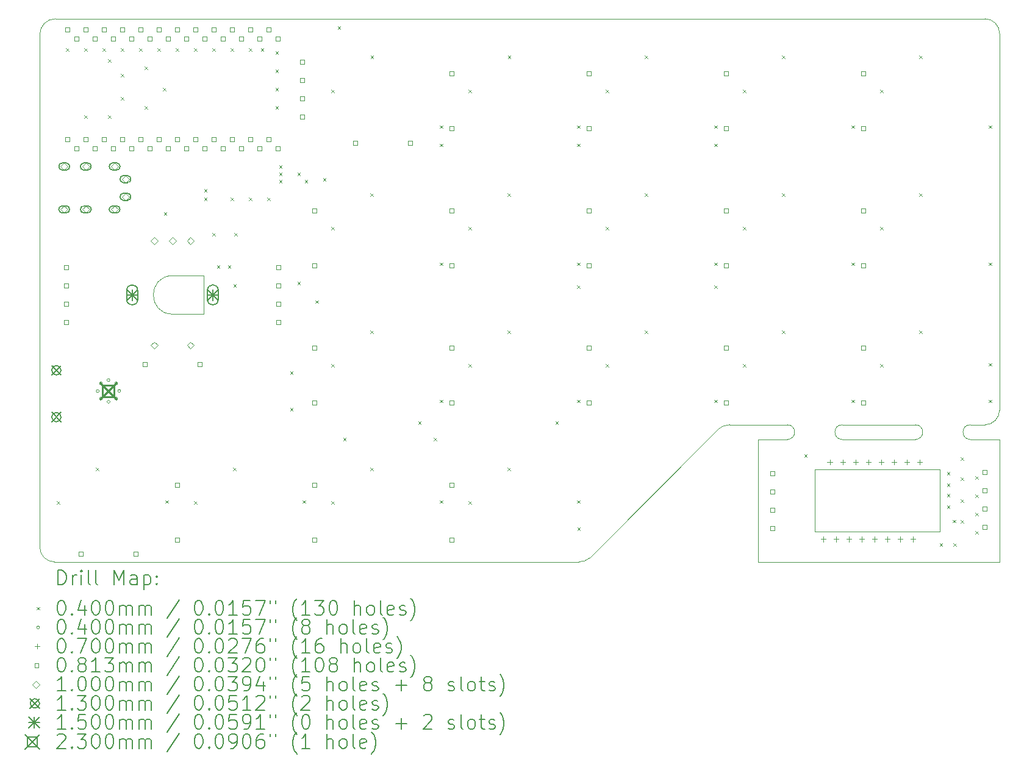
<source format=gbr>
%TF.GenerationSoftware,KiCad,Pcbnew,(6.0.10)*%
%TF.CreationDate,2023-03-05T22:21:03-08:00*%
%TF.ProjectId,tsbym,74736279-6d2e-46b6-9963-61645f706362,rev?*%
%TF.SameCoordinates,Original*%
%TF.FileFunction,Drillmap*%
%TF.FilePolarity,Positive*%
%FSLAX45Y45*%
G04 Gerber Fmt 4.5, Leading zero omitted, Abs format (unit mm)*
G04 Created by KiCad (PCBNEW (6.0.10)) date 2023-03-05 22:21:03*
%MOMM*%
%LPD*%
G01*
G04 APERTURE LIST*
%ADD10C,0.100000*%
%ADD11C,0.200000*%
%ADD12C,0.040000*%
%ADD13C,0.070000*%
%ADD14C,0.081280*%
%ADD15C,0.130000*%
%ADD16C,0.150000*%
%ADD17C,0.230000*%
G04 APERTURE END LIST*
D10*
X17576800Y-4876800D02*
G75*
G03*
X17373600Y-4673600I-203200J0D01*
G01*
X14630400Y-10312400D02*
X13830300Y-10312400D01*
X14224000Y-10515600D02*
X14224000Y-12217400D01*
X17373600Y-10312400D02*
G75*
G03*
X17576800Y-10109200I0J203200D01*
G01*
X11734800Y-12217400D02*
G75*
G03*
X11889623Y-12160652I-546J241060D01*
G01*
X17576800Y-10109200D02*
X17576800Y-4876800D01*
X14224000Y-12217400D02*
X16332200Y-12217400D01*
X15011400Y-11798300D02*
X15011400Y-10934700D01*
X17373600Y-4673600D02*
X4470400Y-4673600D01*
X17170400Y-10312400D02*
X17373600Y-10312400D01*
X6096000Y-8242300D02*
G75*
G03*
X6096000Y-8775700I0J-266700D01*
G01*
X15392400Y-10312400D02*
G75*
G03*
X15392400Y-10515600I0J-101600D01*
G01*
X4470400Y-4673600D02*
G75*
G03*
X4254500Y-4889500I0J-215900D01*
G01*
X16408400Y-10312400D02*
X15392400Y-10312400D01*
X15011400Y-10934700D02*
X16751300Y-10934700D01*
X11734800Y-12217400D02*
X4457700Y-12217400D01*
X6527800Y-8242300D02*
X6527800Y-8775700D01*
X14630400Y-10515600D02*
G75*
G03*
X14630400Y-10312400I0J101600D01*
G01*
X17576800Y-10515600D02*
X17576800Y-12217400D01*
X15011400Y-11798300D02*
X16751300Y-11798300D01*
X15392400Y-10515600D02*
X16408400Y-10515600D01*
X16751300Y-10934700D02*
X16751300Y-11798300D01*
X4254500Y-4889500D02*
X4254500Y-12014200D01*
X6527800Y-8775700D02*
X6096000Y-8775700D01*
X4254500Y-12014200D02*
G75*
G03*
X4457700Y-12217400I203200J0D01*
G01*
X17170400Y-10515600D02*
X17576800Y-10515600D01*
X16332200Y-12217400D02*
X17576800Y-12217400D01*
X17170400Y-10312400D02*
G75*
G03*
X17170400Y-10515600I0J-101600D01*
G01*
X6096000Y-8242300D02*
X6527800Y-8242300D01*
X13830300Y-10312400D02*
G75*
G03*
X13675477Y-10369148I546J-241060D01*
G01*
X14224000Y-10515600D02*
X14630400Y-10515600D01*
X16408400Y-10515600D02*
G75*
G03*
X16408400Y-10312400I0J101600D01*
G01*
X11889623Y-12160652D02*
X13675477Y-10369148D01*
D11*
D12*
X4488500Y-11371900D02*
X4528500Y-11411900D01*
X4528500Y-11371900D02*
X4488500Y-11411900D01*
X4615500Y-5085400D02*
X4655500Y-5125400D01*
X4655500Y-5085400D02*
X4615500Y-5125400D01*
X4869500Y-5085400D02*
X4909500Y-5125400D01*
X4909500Y-5085400D02*
X4869500Y-5125400D01*
X4869500Y-6012500D02*
X4909500Y-6052500D01*
X4909500Y-6012500D02*
X4869500Y-6052500D01*
X5034000Y-10907800D02*
X5074000Y-10947800D01*
X5074000Y-10907800D02*
X5034000Y-10947800D01*
X5123500Y-5085400D02*
X5163500Y-5125400D01*
X5163500Y-5085400D02*
X5123500Y-5125400D01*
X5199700Y-5237800D02*
X5239700Y-5277800D01*
X5239700Y-5237800D02*
X5199700Y-5277800D01*
X5199700Y-6012500D02*
X5239700Y-6052500D01*
X5239700Y-6012500D02*
X5199700Y-6052500D01*
X5377500Y-5085400D02*
X5417500Y-5125400D01*
X5417500Y-5085400D02*
X5377500Y-5125400D01*
X5377500Y-5441000D02*
X5417500Y-5481000D01*
X5417500Y-5441000D02*
X5377500Y-5481000D01*
X5377500Y-5758500D02*
X5417500Y-5798500D01*
X5417500Y-5758500D02*
X5377500Y-5798500D01*
X5631500Y-5085400D02*
X5671500Y-5125400D01*
X5671500Y-5085400D02*
X5631500Y-5125400D01*
X5707700Y-5339400D02*
X5747700Y-5379400D01*
X5747700Y-5339400D02*
X5707700Y-5379400D01*
X5707700Y-5885500D02*
X5747700Y-5925500D01*
X5747700Y-5885500D02*
X5707700Y-5925500D01*
X5885500Y-5085400D02*
X5925500Y-5125400D01*
X5925500Y-5085400D02*
X5885500Y-5125400D01*
X5961700Y-5631500D02*
X6001700Y-5671500D01*
X6001700Y-5631500D02*
X5961700Y-5671500D01*
X5974400Y-7358700D02*
X6014400Y-7398700D01*
X6014400Y-7358700D02*
X5974400Y-7398700D01*
X5997000Y-11362000D02*
X6037000Y-11402000D01*
X6037000Y-11362000D02*
X5997000Y-11402000D01*
X6139500Y-5085400D02*
X6179500Y-5125400D01*
X6179500Y-5085400D02*
X6139500Y-5125400D01*
X6393500Y-5085400D02*
X6433500Y-5125400D01*
X6433500Y-5085400D02*
X6393500Y-5125400D01*
X6393500Y-11371900D02*
X6433500Y-11411900D01*
X6433500Y-11371900D02*
X6393500Y-11411900D01*
X6533200Y-7041200D02*
X6573200Y-7081200D01*
X6573200Y-7041200D02*
X6533200Y-7081200D01*
X6533200Y-7155500D02*
X6573200Y-7195500D01*
X6573200Y-7155500D02*
X6533200Y-7195500D01*
X6647500Y-5085400D02*
X6687500Y-5125400D01*
X6687500Y-5085400D02*
X6647500Y-5125400D01*
X6647500Y-7650800D02*
X6687500Y-7690800D01*
X6687500Y-7650800D02*
X6647500Y-7690800D01*
X6711000Y-8095300D02*
X6751000Y-8135300D01*
X6751000Y-8095300D02*
X6711000Y-8135300D01*
X6863400Y-8095300D02*
X6903400Y-8135300D01*
X6903400Y-8095300D02*
X6863400Y-8135300D01*
X6901500Y-5085400D02*
X6941500Y-5125400D01*
X6941500Y-5085400D02*
X6901500Y-5125400D01*
X6901500Y-7155500D02*
X6941500Y-7195500D01*
X6941500Y-7155500D02*
X6901500Y-7195500D01*
X6939000Y-10907800D02*
X6979000Y-10947800D01*
X6979000Y-10907800D02*
X6939000Y-10947800D01*
X6939600Y-8362000D02*
X6979600Y-8402000D01*
X6979600Y-8362000D02*
X6939600Y-8402000D01*
X6952300Y-7650800D02*
X6992300Y-7690800D01*
X6992300Y-7650800D02*
X6952300Y-7690800D01*
X7155500Y-5085400D02*
X7195500Y-5125400D01*
X7195500Y-5085400D02*
X7155500Y-5125400D01*
X7155500Y-7155500D02*
X7195500Y-7195500D01*
X7195500Y-7155500D02*
X7155500Y-7195500D01*
X7320600Y-5085400D02*
X7360600Y-5125400D01*
X7360600Y-5085400D02*
X7320600Y-5125400D01*
X7409500Y-7155500D02*
X7449500Y-7195500D01*
X7449500Y-7155500D02*
X7409500Y-7195500D01*
X7523800Y-5123500D02*
X7563800Y-5163500D01*
X7563800Y-5123500D02*
X7523800Y-5163500D01*
X7523800Y-5377500D02*
X7563800Y-5417500D01*
X7563800Y-5377500D02*
X7523800Y-5417500D01*
X7523800Y-5631500D02*
X7563800Y-5671500D01*
X7563800Y-5631500D02*
X7523800Y-5671500D01*
X7523800Y-5885500D02*
X7563800Y-5925500D01*
X7563800Y-5885500D02*
X7523800Y-5925500D01*
X7574600Y-6711000D02*
X7614600Y-6751000D01*
X7614600Y-6711000D02*
X7574600Y-6751000D01*
X7574600Y-6812600D02*
X7614600Y-6852600D01*
X7614600Y-6812600D02*
X7574600Y-6852600D01*
X7574600Y-6914200D02*
X7614600Y-6954200D01*
X7614600Y-6914200D02*
X7574600Y-6954200D01*
X7727000Y-9568500D02*
X7767000Y-9608500D01*
X7767000Y-9568500D02*
X7727000Y-9608500D01*
X7727000Y-10076500D02*
X7767000Y-10116500D01*
X7767000Y-10076500D02*
X7727000Y-10116500D01*
X7828600Y-6812600D02*
X7868600Y-6852600D01*
X7868600Y-6812600D02*
X7828600Y-6852600D01*
X7828600Y-8323900D02*
X7868600Y-8363900D01*
X7868600Y-8323900D02*
X7828600Y-8363900D01*
X7902000Y-11362000D02*
X7942000Y-11402000D01*
X7942000Y-11362000D02*
X7902000Y-11402000D01*
X7930200Y-6914200D02*
X7970200Y-6954200D01*
X7970200Y-6914200D02*
X7930200Y-6954200D01*
X8076250Y-8584250D02*
X8116250Y-8624250D01*
X8116250Y-8584250D02*
X8076250Y-8624250D01*
X8184200Y-6888800D02*
X8224200Y-6928800D01*
X8224200Y-6888800D02*
X8184200Y-6928800D01*
X8298500Y-5656900D02*
X8338500Y-5696900D01*
X8338500Y-5656900D02*
X8298500Y-5696900D01*
X8298500Y-7561900D02*
X8338500Y-7601900D01*
X8338500Y-7561900D02*
X8298500Y-7601900D01*
X8298500Y-9466900D02*
X8338500Y-9506900D01*
X8338500Y-9466900D02*
X8298500Y-9506900D01*
X8298500Y-11371900D02*
X8338500Y-11411900D01*
X8338500Y-11371900D02*
X8298500Y-11411900D01*
X8387400Y-4780600D02*
X8427400Y-4820600D01*
X8427400Y-4780600D02*
X8387400Y-4820600D01*
X8463600Y-10495600D02*
X8503600Y-10535600D01*
X8503600Y-10495600D02*
X8463600Y-10535600D01*
X8844000Y-7097800D02*
X8884000Y-7137800D01*
X8884000Y-7097800D02*
X8844000Y-7137800D01*
X8844000Y-9002800D02*
X8884000Y-9042800D01*
X8884000Y-9002800D02*
X8844000Y-9042800D01*
X8844000Y-10907800D02*
X8884000Y-10947800D01*
X8884000Y-10907800D02*
X8844000Y-10947800D01*
X8844600Y-5187000D02*
X8884600Y-5227000D01*
X8884600Y-5187000D02*
X8844600Y-5227000D01*
X9505000Y-10267000D02*
X9545000Y-10307000D01*
X9545000Y-10267000D02*
X9505000Y-10307000D01*
X9720900Y-10495600D02*
X9760900Y-10535600D01*
X9760900Y-10495600D02*
X9720900Y-10535600D01*
X9807000Y-6155000D02*
X9847000Y-6195000D01*
X9847000Y-6155000D02*
X9807000Y-6195000D01*
X9807000Y-6409000D02*
X9847000Y-6449000D01*
X9847000Y-6409000D02*
X9807000Y-6449000D01*
X9807000Y-8060000D02*
X9847000Y-8100000D01*
X9847000Y-8060000D02*
X9807000Y-8100000D01*
X9807000Y-9965000D02*
X9847000Y-10005000D01*
X9847000Y-9965000D02*
X9807000Y-10005000D01*
X9807000Y-11362000D02*
X9847000Y-11402000D01*
X9847000Y-11362000D02*
X9807000Y-11402000D01*
X10203500Y-5656900D02*
X10243500Y-5696900D01*
X10243500Y-5656900D02*
X10203500Y-5696900D01*
X10203500Y-7561900D02*
X10243500Y-7601900D01*
X10243500Y-7561900D02*
X10203500Y-7601900D01*
X10203500Y-9466900D02*
X10243500Y-9506900D01*
X10243500Y-9466900D02*
X10203500Y-9506900D01*
X10203500Y-11371900D02*
X10243500Y-11411900D01*
X10243500Y-11371900D02*
X10203500Y-11411900D01*
X10749000Y-7097800D02*
X10789000Y-7137800D01*
X10789000Y-7097800D02*
X10749000Y-7137800D01*
X10749000Y-9002800D02*
X10789000Y-9042800D01*
X10789000Y-9002800D02*
X10749000Y-9042800D01*
X10749000Y-10907800D02*
X10789000Y-10947800D01*
X10789000Y-10907800D02*
X10749000Y-10947800D01*
X10749600Y-5187000D02*
X10789600Y-5227000D01*
X10789600Y-5187000D02*
X10749600Y-5227000D01*
X11410000Y-10267000D02*
X11450000Y-10307000D01*
X11450000Y-10267000D02*
X11410000Y-10307000D01*
X11712000Y-6155000D02*
X11752000Y-6195000D01*
X11752000Y-6155000D02*
X11712000Y-6195000D01*
X11712000Y-6409000D02*
X11752000Y-6449000D01*
X11752000Y-6409000D02*
X11712000Y-6449000D01*
X11712000Y-8060000D02*
X11752000Y-8100000D01*
X11752000Y-8060000D02*
X11712000Y-8100000D01*
X11712000Y-8377500D02*
X11752000Y-8417500D01*
X11752000Y-8377500D02*
X11712000Y-8417500D01*
X11712000Y-9965000D02*
X11752000Y-10005000D01*
X11752000Y-9965000D02*
X11712000Y-10005000D01*
X11712000Y-11362000D02*
X11752000Y-11402000D01*
X11752000Y-11362000D02*
X11712000Y-11402000D01*
X11714800Y-11740200D02*
X11754800Y-11780200D01*
X11754800Y-11740200D02*
X11714800Y-11780200D01*
X12108500Y-5656900D02*
X12148500Y-5696900D01*
X12148500Y-5656900D02*
X12108500Y-5696900D01*
X12108500Y-7561900D02*
X12148500Y-7601900D01*
X12148500Y-7561900D02*
X12108500Y-7601900D01*
X12108500Y-9466900D02*
X12148500Y-9506900D01*
X12148500Y-9466900D02*
X12108500Y-9506900D01*
X12654000Y-5187600D02*
X12694000Y-5227600D01*
X12694000Y-5187600D02*
X12654000Y-5227600D01*
X12654000Y-7097800D02*
X12694000Y-7137800D01*
X12694000Y-7097800D02*
X12654000Y-7137800D01*
X12654000Y-9002800D02*
X12694000Y-9042800D01*
X12694000Y-9002800D02*
X12654000Y-9042800D01*
X13617000Y-6155000D02*
X13657000Y-6195000D01*
X13657000Y-6155000D02*
X13617000Y-6195000D01*
X13617000Y-6409000D02*
X13657000Y-6449000D01*
X13657000Y-6409000D02*
X13617000Y-6449000D01*
X13617000Y-8060000D02*
X13657000Y-8100000D01*
X13657000Y-8060000D02*
X13617000Y-8100000D01*
X13617000Y-8377500D02*
X13657000Y-8417500D01*
X13657000Y-8377500D02*
X13617000Y-8417500D01*
X13617000Y-9965000D02*
X13657000Y-10005000D01*
X13657000Y-9965000D02*
X13617000Y-10005000D01*
X14013500Y-5656900D02*
X14053500Y-5696900D01*
X14053500Y-5656900D02*
X14013500Y-5696900D01*
X14013500Y-7561900D02*
X14053500Y-7601900D01*
X14053500Y-7561900D02*
X14013500Y-7601900D01*
X14013500Y-9466900D02*
X14053500Y-9506900D01*
X14053500Y-9466900D02*
X14013500Y-9506900D01*
X14559000Y-5187600D02*
X14599000Y-5227600D01*
X14599000Y-5187600D02*
X14559000Y-5227600D01*
X14559000Y-7097800D02*
X14599000Y-7137800D01*
X14599000Y-7097800D02*
X14559000Y-7137800D01*
X14559000Y-9002800D02*
X14599000Y-9042800D01*
X14599000Y-9002800D02*
X14559000Y-9042800D01*
X14864400Y-10724200D02*
X14904400Y-10764200D01*
X14904400Y-10724200D02*
X14864400Y-10764200D01*
X15522000Y-6155000D02*
X15562000Y-6195000D01*
X15562000Y-6155000D02*
X15522000Y-6195000D01*
X15522000Y-8060000D02*
X15562000Y-8100000D01*
X15562000Y-8060000D02*
X15522000Y-8100000D01*
X15522000Y-9965000D02*
X15562000Y-10005000D01*
X15562000Y-9965000D02*
X15522000Y-10005000D01*
X15918500Y-5656900D02*
X15958500Y-5696900D01*
X15958500Y-5656900D02*
X15918500Y-5696900D01*
X15918500Y-7561900D02*
X15958500Y-7601900D01*
X15958500Y-7561900D02*
X15918500Y-7601900D01*
X15918500Y-9466900D02*
X15958500Y-9506900D01*
X15958500Y-9466900D02*
X15918500Y-9506900D01*
X16464000Y-5187600D02*
X16504000Y-5227600D01*
X16504000Y-5187600D02*
X16464000Y-5227600D01*
X16464000Y-7097800D02*
X16504000Y-7137800D01*
X16504000Y-7097800D02*
X16464000Y-7137800D01*
X16464000Y-9002800D02*
X16504000Y-9042800D01*
X16504000Y-9002800D02*
X16464000Y-9042800D01*
X16744000Y-11956100D02*
X16784000Y-11996100D01*
X16784000Y-11956100D02*
X16744000Y-11996100D01*
X16845600Y-10965500D02*
X16885600Y-11005500D01*
X16885600Y-10965500D02*
X16845600Y-11005500D01*
X16845600Y-11130600D02*
X16885600Y-11170600D01*
X16885600Y-11130600D02*
X16845600Y-11170600D01*
X16845600Y-11270300D02*
X16885600Y-11310300D01*
X16885600Y-11270300D02*
X16845600Y-11310300D01*
X16845600Y-11435400D02*
X16885600Y-11475400D01*
X16885600Y-11435400D02*
X16845600Y-11475400D01*
X16928150Y-11632250D02*
X16968150Y-11672250D01*
X16968150Y-11632250D02*
X16928150Y-11672250D01*
X16934500Y-11956100D02*
X16974500Y-11996100D01*
X16974500Y-11956100D02*
X16934500Y-11996100D01*
X17036100Y-10762300D02*
X17076100Y-10802300D01*
X17076100Y-10762300D02*
X17036100Y-10802300D01*
X17036100Y-11041700D02*
X17076100Y-11081700D01*
X17076100Y-11041700D02*
X17036100Y-11081700D01*
X17036100Y-11346500D02*
X17076100Y-11386500D01*
X17076100Y-11346500D02*
X17036100Y-11386500D01*
X17036100Y-11638600D02*
X17076100Y-11678600D01*
X17076100Y-11638600D02*
X17036100Y-11678600D01*
X17239300Y-11029000D02*
X17279300Y-11069000D01*
X17279300Y-11029000D02*
X17239300Y-11069000D01*
X17239300Y-11283000D02*
X17279300Y-11323000D01*
X17279300Y-11283000D02*
X17239300Y-11323000D01*
X17239300Y-11537000D02*
X17279300Y-11577000D01*
X17279300Y-11537000D02*
X17239300Y-11577000D01*
X17239300Y-11791000D02*
X17279300Y-11831000D01*
X17279300Y-11791000D02*
X17239300Y-11831000D01*
X17425800Y-9965000D02*
X17465800Y-10005000D01*
X17465800Y-9965000D02*
X17425800Y-10005000D01*
X17427000Y-6155000D02*
X17467000Y-6195000D01*
X17467000Y-6155000D02*
X17427000Y-6195000D01*
X17427000Y-8060000D02*
X17467000Y-8100000D01*
X17467000Y-8060000D02*
X17427000Y-8100000D01*
X17427000Y-9457000D02*
X17467000Y-9497000D01*
X17467000Y-9457000D02*
X17427000Y-9497000D01*
X5077000Y-9842500D02*
G75*
G03*
X5077000Y-9842500I-20000J0D01*
G01*
X5121000Y-9736500D02*
G75*
G03*
X5121000Y-9736500I-20000J0D01*
G01*
X5121000Y-9948500D02*
G75*
G03*
X5121000Y-9948500I-20000J0D01*
G01*
X5227000Y-9692500D02*
G75*
G03*
X5227000Y-9692500I-20000J0D01*
G01*
X5227000Y-9992500D02*
G75*
G03*
X5227000Y-9992500I-20000J0D01*
G01*
X5333000Y-9736500D02*
G75*
G03*
X5333000Y-9736500I-20000J0D01*
G01*
X5333000Y-9948500D02*
G75*
G03*
X5333000Y-9948500I-20000J0D01*
G01*
X5377000Y-9842500D02*
G75*
G03*
X5377000Y-9842500I-20000J0D01*
G01*
D13*
X15131900Y-11866500D02*
X15131900Y-11936500D01*
X15096900Y-11901500D02*
X15166900Y-11901500D01*
X15220900Y-10796500D02*
X15220900Y-10866500D01*
X15185900Y-10831500D02*
X15255900Y-10831500D01*
X15309900Y-11866500D02*
X15309900Y-11936500D01*
X15274900Y-11901500D02*
X15344900Y-11901500D01*
X15398900Y-10796500D02*
X15398900Y-10866500D01*
X15363900Y-10831500D02*
X15433900Y-10831500D01*
X15487900Y-11866500D02*
X15487900Y-11936500D01*
X15452900Y-11901500D02*
X15522900Y-11901500D01*
X15576900Y-10796500D02*
X15576900Y-10866500D01*
X15541900Y-10831500D02*
X15611900Y-10831500D01*
X15665900Y-11866500D02*
X15665900Y-11936500D01*
X15630900Y-11901500D02*
X15700900Y-11901500D01*
X15754900Y-10796500D02*
X15754900Y-10866500D01*
X15719900Y-10831500D02*
X15789900Y-10831500D01*
X15843900Y-11866500D02*
X15843900Y-11936500D01*
X15808900Y-11901500D02*
X15878900Y-11901500D01*
X15932900Y-10796500D02*
X15932900Y-10866500D01*
X15897900Y-10831500D02*
X15967900Y-10831500D01*
X16021900Y-11866500D02*
X16021900Y-11936500D01*
X15986900Y-11901500D02*
X16056900Y-11901500D01*
X16110900Y-10796500D02*
X16110900Y-10866500D01*
X16075900Y-10831500D02*
X16145900Y-10831500D01*
X16199900Y-11866500D02*
X16199900Y-11936500D01*
X16164900Y-11901500D02*
X16234900Y-11901500D01*
X16288900Y-10796500D02*
X16288900Y-10866500D01*
X16253900Y-10831500D02*
X16323900Y-10831500D01*
X16377900Y-11866500D02*
X16377900Y-11936500D01*
X16342900Y-11901500D02*
X16412900Y-11901500D01*
X16466900Y-10796500D02*
X16466900Y-10866500D01*
X16431900Y-10831500D02*
X16501900Y-10831500D01*
D14*
X4651537Y-8156737D02*
X4651537Y-8099263D01*
X4594063Y-8099263D01*
X4594063Y-8156737D01*
X4651537Y-8156737D01*
X4651537Y-8410737D02*
X4651537Y-8353263D01*
X4594063Y-8353263D01*
X4594063Y-8410737D01*
X4651537Y-8410737D01*
X4651537Y-8664737D02*
X4651537Y-8607263D01*
X4594063Y-8607263D01*
X4594063Y-8664737D01*
X4651537Y-8664737D01*
X4651537Y-8918737D02*
X4651537Y-8861263D01*
X4594063Y-8861263D01*
X4594063Y-8918737D01*
X4651537Y-8918737D01*
X4664237Y-4851097D02*
X4664237Y-4793623D01*
X4606763Y-4793623D01*
X4606763Y-4851097D01*
X4664237Y-4851097D01*
X4664237Y-6373097D02*
X4664237Y-6315623D01*
X4606763Y-6315623D01*
X4606763Y-6373097D01*
X4664237Y-6373097D01*
X4791237Y-4981737D02*
X4791237Y-4924263D01*
X4733763Y-4924263D01*
X4733763Y-4981737D01*
X4791237Y-4981737D01*
X4791237Y-6505737D02*
X4791237Y-6448263D01*
X4733763Y-6448263D01*
X4733763Y-6505737D01*
X4791237Y-6505737D01*
X4854737Y-12131837D02*
X4854737Y-12074363D01*
X4797263Y-12074363D01*
X4797263Y-12131837D01*
X4854737Y-12131837D01*
X4918237Y-4851097D02*
X4918237Y-4793623D01*
X4860763Y-4793623D01*
X4860763Y-4851097D01*
X4918237Y-4851097D01*
X4918237Y-6373097D02*
X4918237Y-6315623D01*
X4860763Y-6315623D01*
X4860763Y-6373097D01*
X4918237Y-6373097D01*
X5045237Y-4981737D02*
X5045237Y-4924263D01*
X4987763Y-4924263D01*
X4987763Y-4981737D01*
X5045237Y-4981737D01*
X5045237Y-6505737D02*
X5045237Y-6448263D01*
X4987763Y-6448263D01*
X4987763Y-6505737D01*
X5045237Y-6505737D01*
X5172237Y-4851097D02*
X5172237Y-4793623D01*
X5114763Y-4793623D01*
X5114763Y-4851097D01*
X5172237Y-4851097D01*
X5172237Y-6373097D02*
X5172237Y-6315623D01*
X5114763Y-6315623D01*
X5114763Y-6373097D01*
X5172237Y-6373097D01*
X5299237Y-4981737D02*
X5299237Y-4924263D01*
X5241763Y-4924263D01*
X5241763Y-4981737D01*
X5299237Y-4981737D01*
X5299237Y-6505737D02*
X5299237Y-6448263D01*
X5241763Y-6448263D01*
X5241763Y-6505737D01*
X5299237Y-6505737D01*
X5426237Y-4851097D02*
X5426237Y-4793623D01*
X5368763Y-4793623D01*
X5368763Y-4851097D01*
X5426237Y-4851097D01*
X5426237Y-6373097D02*
X5426237Y-6315623D01*
X5368763Y-6315623D01*
X5368763Y-6373097D01*
X5426237Y-6373097D01*
X5553237Y-4981737D02*
X5553237Y-4924263D01*
X5495763Y-4924263D01*
X5495763Y-4981737D01*
X5553237Y-4981737D01*
X5553237Y-6505737D02*
X5553237Y-6448263D01*
X5495763Y-6448263D01*
X5495763Y-6505737D01*
X5553237Y-6505737D01*
X5616737Y-12131837D02*
X5616737Y-12074363D01*
X5559263Y-12074363D01*
X5559263Y-12131837D01*
X5616737Y-12131837D01*
X5680237Y-4851097D02*
X5680237Y-4793623D01*
X5622763Y-4793623D01*
X5622763Y-4851097D01*
X5680237Y-4851097D01*
X5680237Y-6373097D02*
X5680237Y-6315623D01*
X5622763Y-6315623D01*
X5622763Y-6373097D01*
X5680237Y-6373097D01*
X5743737Y-9502937D02*
X5743737Y-9445463D01*
X5686263Y-9445463D01*
X5686263Y-9502937D01*
X5743737Y-9502937D01*
X5807237Y-4981737D02*
X5807237Y-4924263D01*
X5749763Y-4924263D01*
X5749763Y-4981737D01*
X5807237Y-4981737D01*
X5807237Y-6505737D02*
X5807237Y-6448263D01*
X5749763Y-6448263D01*
X5749763Y-6505737D01*
X5807237Y-6505737D01*
X5934237Y-4851097D02*
X5934237Y-4793623D01*
X5876763Y-4793623D01*
X5876763Y-4851097D01*
X5934237Y-4851097D01*
X5934237Y-6373097D02*
X5934237Y-6315623D01*
X5876763Y-6315623D01*
X5876763Y-6373097D01*
X5934237Y-6373097D01*
X6061237Y-4981737D02*
X6061237Y-4924263D01*
X6003763Y-4924263D01*
X6003763Y-4981737D01*
X6061237Y-4981737D01*
X6061237Y-6505737D02*
X6061237Y-6448263D01*
X6003763Y-6448263D01*
X6003763Y-6505737D01*
X6061237Y-6505737D01*
X6188237Y-4851097D02*
X6188237Y-4793623D01*
X6130763Y-4793623D01*
X6130763Y-4851097D01*
X6188237Y-4851097D01*
X6188237Y-6373097D02*
X6188237Y-6315623D01*
X6130763Y-6315623D01*
X6130763Y-6373097D01*
X6188237Y-6373097D01*
X6188237Y-11179337D02*
X6188237Y-11121863D01*
X6130763Y-11121863D01*
X6130763Y-11179337D01*
X6188237Y-11179337D01*
X6188237Y-11941337D02*
X6188237Y-11883863D01*
X6130763Y-11883863D01*
X6130763Y-11941337D01*
X6188237Y-11941337D01*
X6315237Y-4981737D02*
X6315237Y-4924263D01*
X6257763Y-4924263D01*
X6257763Y-4981737D01*
X6315237Y-4981737D01*
X6315237Y-6505737D02*
X6315237Y-6448263D01*
X6257763Y-6448263D01*
X6257763Y-6505737D01*
X6315237Y-6505737D01*
X6442237Y-4851097D02*
X6442237Y-4793623D01*
X6384763Y-4793623D01*
X6384763Y-4851097D01*
X6442237Y-4851097D01*
X6442237Y-6373097D02*
X6442237Y-6315623D01*
X6384763Y-6315623D01*
X6384763Y-6373097D01*
X6442237Y-6373097D01*
X6505737Y-9502937D02*
X6505737Y-9445463D01*
X6448263Y-9445463D01*
X6448263Y-9502937D01*
X6505737Y-9502937D01*
X6569237Y-4981737D02*
X6569237Y-4924263D01*
X6511763Y-4924263D01*
X6511763Y-4981737D01*
X6569237Y-4981737D01*
X6569237Y-6505737D02*
X6569237Y-6448263D01*
X6511763Y-6448263D01*
X6511763Y-6505737D01*
X6569237Y-6505737D01*
X6696237Y-4851097D02*
X6696237Y-4793623D01*
X6638763Y-4793623D01*
X6638763Y-4851097D01*
X6696237Y-4851097D01*
X6696237Y-6373097D02*
X6696237Y-6315623D01*
X6638763Y-6315623D01*
X6638763Y-6373097D01*
X6696237Y-6373097D01*
X6823237Y-4981737D02*
X6823237Y-4924263D01*
X6765763Y-4924263D01*
X6765763Y-4981737D01*
X6823237Y-4981737D01*
X6823237Y-6505737D02*
X6823237Y-6448263D01*
X6765763Y-6448263D01*
X6765763Y-6505737D01*
X6823237Y-6505737D01*
X6950237Y-4851097D02*
X6950237Y-4793623D01*
X6892763Y-4793623D01*
X6892763Y-4851097D01*
X6950237Y-4851097D01*
X6950237Y-6373097D02*
X6950237Y-6315623D01*
X6892763Y-6315623D01*
X6892763Y-6373097D01*
X6950237Y-6373097D01*
X7077237Y-4981737D02*
X7077237Y-4924263D01*
X7019763Y-4924263D01*
X7019763Y-4981737D01*
X7077237Y-4981737D01*
X7077237Y-6505737D02*
X7077237Y-6448263D01*
X7019763Y-6448263D01*
X7019763Y-6505737D01*
X7077237Y-6505737D01*
X7204237Y-4851097D02*
X7204237Y-4793623D01*
X7146763Y-4793623D01*
X7146763Y-4851097D01*
X7204237Y-4851097D01*
X7204237Y-6373097D02*
X7204237Y-6315623D01*
X7146763Y-6315623D01*
X7146763Y-6373097D01*
X7204237Y-6373097D01*
X7331237Y-4981737D02*
X7331237Y-4924263D01*
X7273763Y-4924263D01*
X7273763Y-4981737D01*
X7331237Y-4981737D01*
X7331237Y-6505737D02*
X7331237Y-6448263D01*
X7273763Y-6448263D01*
X7273763Y-6505737D01*
X7331237Y-6505737D01*
X7458237Y-4851097D02*
X7458237Y-4793623D01*
X7400763Y-4793623D01*
X7400763Y-4851097D01*
X7458237Y-4851097D01*
X7458237Y-6373097D02*
X7458237Y-6315623D01*
X7400763Y-6315623D01*
X7400763Y-6373097D01*
X7458237Y-6373097D01*
X7585237Y-4981737D02*
X7585237Y-4924263D01*
X7527763Y-4924263D01*
X7527763Y-4981737D01*
X7585237Y-4981737D01*
X7585237Y-6505737D02*
X7585237Y-6448263D01*
X7527763Y-6448263D01*
X7527763Y-6505737D01*
X7585237Y-6505737D01*
X7597937Y-8156737D02*
X7597937Y-8099263D01*
X7540463Y-8099263D01*
X7540463Y-8156737D01*
X7597937Y-8156737D01*
X7597937Y-8410737D02*
X7597937Y-8353263D01*
X7540463Y-8353263D01*
X7540463Y-8410737D01*
X7597937Y-8410737D01*
X7597937Y-8664737D02*
X7597937Y-8607263D01*
X7540463Y-8607263D01*
X7540463Y-8664737D01*
X7597937Y-8664737D01*
X7597937Y-8918737D02*
X7597937Y-8861263D01*
X7540463Y-8861263D01*
X7540463Y-8918737D01*
X7597937Y-8918737D01*
X7928137Y-5299237D02*
X7928137Y-5241763D01*
X7870663Y-5241763D01*
X7870663Y-5299237D01*
X7928137Y-5299237D01*
X7928137Y-5553237D02*
X7928137Y-5495763D01*
X7870663Y-5495763D01*
X7870663Y-5553237D01*
X7928137Y-5553237D01*
X7928137Y-5807237D02*
X7928137Y-5749763D01*
X7870663Y-5749763D01*
X7870663Y-5807237D01*
X7928137Y-5807237D01*
X7928137Y-6061237D02*
X7928137Y-6003763D01*
X7870663Y-6003763D01*
X7870663Y-6061237D01*
X7928137Y-6061237D01*
X8093237Y-7369337D02*
X8093237Y-7311863D01*
X8035763Y-7311863D01*
X8035763Y-7369337D01*
X8093237Y-7369337D01*
X8093237Y-8131337D02*
X8093237Y-8073863D01*
X8035763Y-8073863D01*
X8035763Y-8131337D01*
X8093237Y-8131337D01*
X8093237Y-9274337D02*
X8093237Y-9216863D01*
X8035763Y-9216863D01*
X8035763Y-9274337D01*
X8093237Y-9274337D01*
X8093237Y-10036337D02*
X8093237Y-9978863D01*
X8035763Y-9978863D01*
X8035763Y-10036337D01*
X8093237Y-10036337D01*
X8093237Y-11179337D02*
X8093237Y-11121863D01*
X8035763Y-11121863D01*
X8035763Y-11179337D01*
X8093237Y-11179337D01*
X8093237Y-11941337D02*
X8093237Y-11883863D01*
X8035763Y-11883863D01*
X8035763Y-11941337D01*
X8093237Y-11941337D01*
X8664737Y-6429537D02*
X8664737Y-6372063D01*
X8607263Y-6372063D01*
X8607263Y-6429537D01*
X8664737Y-6429537D01*
X9426737Y-6429537D02*
X9426737Y-6372063D01*
X9369263Y-6372063D01*
X9369263Y-6429537D01*
X9426737Y-6429537D01*
X9998237Y-5464337D02*
X9998237Y-5406863D01*
X9940763Y-5406863D01*
X9940763Y-5464337D01*
X9998237Y-5464337D01*
X9998237Y-6226337D02*
X9998237Y-6168863D01*
X9940763Y-6168863D01*
X9940763Y-6226337D01*
X9998237Y-6226337D01*
X9998237Y-7369337D02*
X9998237Y-7311863D01*
X9940763Y-7311863D01*
X9940763Y-7369337D01*
X9998237Y-7369337D01*
X9998237Y-8131337D02*
X9998237Y-8073863D01*
X9940763Y-8073863D01*
X9940763Y-8131337D01*
X9998237Y-8131337D01*
X9998237Y-9274337D02*
X9998237Y-9216863D01*
X9940763Y-9216863D01*
X9940763Y-9274337D01*
X9998237Y-9274337D01*
X9998237Y-10036337D02*
X9998237Y-9978863D01*
X9940763Y-9978863D01*
X9940763Y-10036337D01*
X9998237Y-10036337D01*
X9998237Y-11179337D02*
X9998237Y-11121863D01*
X9940763Y-11121863D01*
X9940763Y-11179337D01*
X9998237Y-11179337D01*
X9998237Y-11941337D02*
X9998237Y-11883863D01*
X9940763Y-11883863D01*
X9940763Y-11941337D01*
X9998237Y-11941337D01*
X11903237Y-5464337D02*
X11903237Y-5406863D01*
X11845763Y-5406863D01*
X11845763Y-5464337D01*
X11903237Y-5464337D01*
X11903237Y-6226337D02*
X11903237Y-6168863D01*
X11845763Y-6168863D01*
X11845763Y-6226337D01*
X11903237Y-6226337D01*
X11903237Y-7369337D02*
X11903237Y-7311863D01*
X11845763Y-7311863D01*
X11845763Y-7369337D01*
X11903237Y-7369337D01*
X11903237Y-8131337D02*
X11903237Y-8073863D01*
X11845763Y-8073863D01*
X11845763Y-8131337D01*
X11903237Y-8131337D01*
X11903237Y-9274337D02*
X11903237Y-9216863D01*
X11845763Y-9216863D01*
X11845763Y-9274337D01*
X11903237Y-9274337D01*
X11903237Y-10036337D02*
X11903237Y-9978863D01*
X11845763Y-9978863D01*
X11845763Y-10036337D01*
X11903237Y-10036337D01*
X13808237Y-5464337D02*
X13808237Y-5406863D01*
X13750763Y-5406863D01*
X13750763Y-5464337D01*
X13808237Y-5464337D01*
X13808237Y-6226337D02*
X13808237Y-6168863D01*
X13750763Y-6168863D01*
X13750763Y-6226337D01*
X13808237Y-6226337D01*
X13808237Y-7369337D02*
X13808237Y-7311863D01*
X13750763Y-7311863D01*
X13750763Y-7369337D01*
X13808237Y-7369337D01*
X13808237Y-8131337D02*
X13808237Y-8073863D01*
X13750763Y-8073863D01*
X13750763Y-8131337D01*
X13808237Y-8131337D01*
X13808237Y-9274337D02*
X13808237Y-9216863D01*
X13750763Y-9216863D01*
X13750763Y-9274337D01*
X13808237Y-9274337D01*
X13808237Y-10036337D02*
X13808237Y-9978863D01*
X13750763Y-9978863D01*
X13750763Y-10036337D01*
X13808237Y-10036337D01*
X14455937Y-11014237D02*
X14455937Y-10956763D01*
X14398463Y-10956763D01*
X14398463Y-11014237D01*
X14455937Y-11014237D01*
X14455937Y-11268237D02*
X14455937Y-11210763D01*
X14398463Y-11210763D01*
X14398463Y-11268237D01*
X14455937Y-11268237D01*
X14455937Y-11522237D02*
X14455937Y-11464763D01*
X14398463Y-11464763D01*
X14398463Y-11522237D01*
X14455937Y-11522237D01*
X14455937Y-11776237D02*
X14455937Y-11718763D01*
X14398463Y-11718763D01*
X14398463Y-11776237D01*
X14455937Y-11776237D01*
X15713237Y-5464337D02*
X15713237Y-5406863D01*
X15655763Y-5406863D01*
X15655763Y-5464337D01*
X15713237Y-5464337D01*
X15713237Y-6226337D02*
X15713237Y-6168863D01*
X15655763Y-6168863D01*
X15655763Y-6226337D01*
X15713237Y-6226337D01*
X15713237Y-7369337D02*
X15713237Y-7311863D01*
X15655763Y-7311863D01*
X15655763Y-7369337D01*
X15713237Y-7369337D01*
X15713237Y-8131337D02*
X15713237Y-8073863D01*
X15655763Y-8073863D01*
X15655763Y-8131337D01*
X15713237Y-8131337D01*
X15713237Y-9274337D02*
X15713237Y-9216863D01*
X15655763Y-9216863D01*
X15655763Y-9274337D01*
X15713237Y-9274337D01*
X15713237Y-10036337D02*
X15713237Y-9978863D01*
X15655763Y-9978863D01*
X15655763Y-10036337D01*
X15713237Y-10036337D01*
X17402337Y-11001537D02*
X17402337Y-10944063D01*
X17344863Y-10944063D01*
X17344863Y-11001537D01*
X17402337Y-11001537D01*
X17402337Y-11255537D02*
X17402337Y-11198063D01*
X17344863Y-11198063D01*
X17344863Y-11255537D01*
X17402337Y-11255537D01*
X17402337Y-11509537D02*
X17402337Y-11452063D01*
X17344863Y-11452063D01*
X17344863Y-11509537D01*
X17402337Y-11509537D01*
X17402337Y-11763537D02*
X17402337Y-11706063D01*
X17344863Y-11706063D01*
X17344863Y-11763537D01*
X17402337Y-11763537D01*
D10*
X4592200Y-6775600D02*
X4642200Y-6725600D01*
X4592200Y-6675600D01*
X4542200Y-6725600D01*
X4592200Y-6775600D01*
D11*
X4567200Y-6775600D02*
X4617200Y-6775600D01*
X4567200Y-6675600D02*
X4617200Y-6675600D01*
X4617200Y-6775600D02*
G75*
G03*
X4617200Y-6675600I0J50000D01*
G01*
X4567200Y-6675600D02*
G75*
G03*
X4567200Y-6775600I0J-50000D01*
G01*
D10*
X4592200Y-7370600D02*
X4642200Y-7320600D01*
X4592200Y-7270600D01*
X4542200Y-7320600D01*
X4592200Y-7370600D01*
D11*
X4567200Y-7370600D02*
X4617200Y-7370600D01*
X4567200Y-7270600D02*
X4617200Y-7270600D01*
X4617200Y-7370600D02*
G75*
G03*
X4617200Y-7270600I0J50000D01*
G01*
X4567200Y-7270600D02*
G75*
G03*
X4567200Y-7370600I0J-50000D01*
G01*
D10*
X4892200Y-6775600D02*
X4942200Y-6725600D01*
X4892200Y-6675600D01*
X4842200Y-6725600D01*
X4892200Y-6775600D01*
D11*
X4867200Y-6775600D02*
X4917200Y-6775600D01*
X4867200Y-6675600D02*
X4917200Y-6675600D01*
X4917200Y-6775600D02*
G75*
G03*
X4917200Y-6675600I0J50000D01*
G01*
X4867200Y-6675600D02*
G75*
G03*
X4867200Y-6775600I0J-50000D01*
G01*
D10*
X4892200Y-7370600D02*
X4942200Y-7320600D01*
X4892200Y-7270600D01*
X4842200Y-7320600D01*
X4892200Y-7370600D01*
D11*
X4867200Y-7370600D02*
X4917200Y-7370600D01*
X4867200Y-7270600D02*
X4917200Y-7270600D01*
X4917200Y-7370600D02*
G75*
G03*
X4917200Y-7270600I0J50000D01*
G01*
X4867200Y-7270600D02*
G75*
G03*
X4867200Y-7370600I0J-50000D01*
G01*
D10*
X5292200Y-6775600D02*
X5342200Y-6725600D01*
X5292200Y-6675600D01*
X5242200Y-6725600D01*
X5292200Y-6775600D01*
D11*
X5267200Y-6775600D02*
X5317200Y-6775600D01*
X5267200Y-6675600D02*
X5317200Y-6675600D01*
X5317200Y-6775600D02*
G75*
G03*
X5317200Y-6675600I0J50000D01*
G01*
X5267200Y-6675600D02*
G75*
G03*
X5267200Y-6775600I0J-50000D01*
G01*
D10*
X5292200Y-7370600D02*
X5342200Y-7320600D01*
X5292200Y-7270600D01*
X5242200Y-7320600D01*
X5292200Y-7370600D01*
D11*
X5267200Y-7370600D02*
X5317200Y-7370600D01*
X5267200Y-7270600D02*
X5317200Y-7270600D01*
X5317200Y-7370600D02*
G75*
G03*
X5317200Y-7270600I0J50000D01*
G01*
X5267200Y-7270600D02*
G75*
G03*
X5267200Y-7370600I0J-50000D01*
G01*
D10*
X5442200Y-6950600D02*
X5492200Y-6900600D01*
X5442200Y-6850600D01*
X5392200Y-6900600D01*
X5442200Y-6950600D01*
D11*
X5417200Y-6950600D02*
X5467200Y-6950600D01*
X5417200Y-6850600D02*
X5467200Y-6850600D01*
X5467200Y-6950600D02*
G75*
G03*
X5467200Y-6850600I0J50000D01*
G01*
X5417200Y-6850600D02*
G75*
G03*
X5417200Y-6950600I0J-50000D01*
G01*
D10*
X5442200Y-7195600D02*
X5492200Y-7145600D01*
X5442200Y-7095600D01*
X5392200Y-7145600D01*
X5442200Y-7195600D01*
D11*
X5417200Y-7195600D02*
X5467200Y-7195600D01*
X5417200Y-7095600D02*
X5467200Y-7095600D01*
X5467200Y-7195600D02*
G75*
G03*
X5467200Y-7095600I0J50000D01*
G01*
X5417200Y-7095600D02*
G75*
G03*
X5417200Y-7195600I0J-50000D01*
G01*
D10*
X5846000Y-7809000D02*
X5896000Y-7759000D01*
X5846000Y-7709000D01*
X5796000Y-7759000D01*
X5846000Y-7809000D01*
X5846000Y-9259000D02*
X5896000Y-9209000D01*
X5846000Y-9159000D01*
X5796000Y-9209000D01*
X5846000Y-9259000D01*
X6096000Y-7809000D02*
X6146000Y-7759000D01*
X6096000Y-7709000D01*
X6046000Y-7759000D01*
X6096000Y-7809000D01*
X6346000Y-7809000D02*
X6396000Y-7759000D01*
X6346000Y-7709000D01*
X6296000Y-7759000D01*
X6346000Y-7809000D01*
X6346000Y-9259000D02*
X6396000Y-9209000D01*
X6346000Y-9159000D01*
X6296000Y-9209000D01*
X6346000Y-9259000D01*
D15*
X4418100Y-9490600D02*
X4548100Y-9620600D01*
X4548100Y-9490600D02*
X4418100Y-9620600D01*
X4548100Y-9555600D02*
G75*
G03*
X4548100Y-9555600I-65000J0D01*
G01*
X4418100Y-10140600D02*
X4548100Y-10270600D01*
X4548100Y-10140600D02*
X4418100Y-10270600D01*
X4548100Y-10205600D02*
G75*
G03*
X4548100Y-10205600I-65000J0D01*
G01*
D16*
X5461000Y-8434000D02*
X5611000Y-8584000D01*
X5611000Y-8434000D02*
X5461000Y-8584000D01*
X5536000Y-8434000D02*
X5536000Y-8584000D01*
X5461000Y-8509000D02*
X5611000Y-8509000D01*
D11*
X5461000Y-8444000D02*
X5461000Y-8574000D01*
X5611000Y-8444000D02*
X5611000Y-8574000D01*
X5461000Y-8574000D02*
G75*
G03*
X5611000Y-8574000I75000J0D01*
G01*
X5611000Y-8444000D02*
G75*
G03*
X5461000Y-8444000I-75000J0D01*
G01*
D16*
X6581000Y-8434000D02*
X6731000Y-8584000D01*
X6731000Y-8434000D02*
X6581000Y-8584000D01*
X6656000Y-8434000D02*
X6656000Y-8584000D01*
X6581000Y-8509000D02*
X6731000Y-8509000D01*
D11*
X6581000Y-8444000D02*
X6581000Y-8574000D01*
X6731000Y-8444000D02*
X6731000Y-8574000D01*
X6581000Y-8574000D02*
G75*
G03*
X6731000Y-8574000I75000J0D01*
G01*
X6731000Y-8444000D02*
G75*
G03*
X6581000Y-8444000I-75000J0D01*
G01*
D17*
X5092000Y-9727500D02*
X5322000Y-9957500D01*
X5322000Y-9727500D02*
X5092000Y-9957500D01*
X5288318Y-9923818D02*
X5288318Y-9761182D01*
X5125682Y-9761182D01*
X5125682Y-9923818D01*
X5288318Y-9923818D01*
D11*
X4507119Y-12532876D02*
X4507119Y-12332876D01*
X4554738Y-12332876D01*
X4583309Y-12342400D01*
X4602357Y-12361448D01*
X4611881Y-12380495D01*
X4621405Y-12418590D01*
X4621405Y-12447162D01*
X4611881Y-12485257D01*
X4602357Y-12504305D01*
X4583309Y-12523352D01*
X4554738Y-12532876D01*
X4507119Y-12532876D01*
X4707119Y-12532876D02*
X4707119Y-12399543D01*
X4707119Y-12437638D02*
X4716643Y-12418590D01*
X4726167Y-12409067D01*
X4745214Y-12399543D01*
X4764262Y-12399543D01*
X4830928Y-12532876D02*
X4830928Y-12399543D01*
X4830928Y-12332876D02*
X4821405Y-12342400D01*
X4830928Y-12351924D01*
X4840452Y-12342400D01*
X4830928Y-12332876D01*
X4830928Y-12351924D01*
X4954738Y-12532876D02*
X4935690Y-12523352D01*
X4926167Y-12504305D01*
X4926167Y-12332876D01*
X5059500Y-12532876D02*
X5040452Y-12523352D01*
X5030928Y-12504305D01*
X5030928Y-12332876D01*
X5288071Y-12532876D02*
X5288071Y-12332876D01*
X5354738Y-12475733D01*
X5421405Y-12332876D01*
X5421405Y-12532876D01*
X5602357Y-12532876D02*
X5602357Y-12428114D01*
X5592833Y-12409067D01*
X5573786Y-12399543D01*
X5535690Y-12399543D01*
X5516643Y-12409067D01*
X5602357Y-12523352D02*
X5583309Y-12532876D01*
X5535690Y-12532876D01*
X5516643Y-12523352D01*
X5507119Y-12504305D01*
X5507119Y-12485257D01*
X5516643Y-12466209D01*
X5535690Y-12456686D01*
X5583309Y-12456686D01*
X5602357Y-12447162D01*
X5697595Y-12399543D02*
X5697595Y-12599543D01*
X5697595Y-12409067D02*
X5716643Y-12399543D01*
X5754738Y-12399543D01*
X5773786Y-12409067D01*
X5783309Y-12418590D01*
X5792833Y-12437638D01*
X5792833Y-12494781D01*
X5783309Y-12513828D01*
X5773786Y-12523352D01*
X5754738Y-12532876D01*
X5716643Y-12532876D01*
X5697595Y-12523352D01*
X5878547Y-12513828D02*
X5888071Y-12523352D01*
X5878547Y-12532876D01*
X5869024Y-12523352D01*
X5878547Y-12513828D01*
X5878547Y-12532876D01*
X5878547Y-12409067D02*
X5888071Y-12418590D01*
X5878547Y-12428114D01*
X5869024Y-12418590D01*
X5878547Y-12409067D01*
X5878547Y-12428114D01*
D12*
X4209500Y-12842400D02*
X4249500Y-12882400D01*
X4249500Y-12842400D02*
X4209500Y-12882400D01*
D11*
X4545214Y-12752876D02*
X4564262Y-12752876D01*
X4583309Y-12762400D01*
X4592833Y-12771924D01*
X4602357Y-12790971D01*
X4611881Y-12829067D01*
X4611881Y-12876686D01*
X4602357Y-12914781D01*
X4592833Y-12933828D01*
X4583309Y-12943352D01*
X4564262Y-12952876D01*
X4545214Y-12952876D01*
X4526167Y-12943352D01*
X4516643Y-12933828D01*
X4507119Y-12914781D01*
X4497595Y-12876686D01*
X4497595Y-12829067D01*
X4507119Y-12790971D01*
X4516643Y-12771924D01*
X4526167Y-12762400D01*
X4545214Y-12752876D01*
X4697595Y-12933828D02*
X4707119Y-12943352D01*
X4697595Y-12952876D01*
X4688071Y-12943352D01*
X4697595Y-12933828D01*
X4697595Y-12952876D01*
X4878548Y-12819543D02*
X4878548Y-12952876D01*
X4830928Y-12743352D02*
X4783309Y-12886209D01*
X4907119Y-12886209D01*
X5021405Y-12752876D02*
X5040452Y-12752876D01*
X5059500Y-12762400D01*
X5069024Y-12771924D01*
X5078548Y-12790971D01*
X5088071Y-12829067D01*
X5088071Y-12876686D01*
X5078548Y-12914781D01*
X5069024Y-12933828D01*
X5059500Y-12943352D01*
X5040452Y-12952876D01*
X5021405Y-12952876D01*
X5002357Y-12943352D01*
X4992833Y-12933828D01*
X4983309Y-12914781D01*
X4973786Y-12876686D01*
X4973786Y-12829067D01*
X4983309Y-12790971D01*
X4992833Y-12771924D01*
X5002357Y-12762400D01*
X5021405Y-12752876D01*
X5211881Y-12752876D02*
X5230928Y-12752876D01*
X5249976Y-12762400D01*
X5259500Y-12771924D01*
X5269024Y-12790971D01*
X5278548Y-12829067D01*
X5278548Y-12876686D01*
X5269024Y-12914781D01*
X5259500Y-12933828D01*
X5249976Y-12943352D01*
X5230928Y-12952876D01*
X5211881Y-12952876D01*
X5192833Y-12943352D01*
X5183309Y-12933828D01*
X5173786Y-12914781D01*
X5164262Y-12876686D01*
X5164262Y-12829067D01*
X5173786Y-12790971D01*
X5183309Y-12771924D01*
X5192833Y-12762400D01*
X5211881Y-12752876D01*
X5364262Y-12952876D02*
X5364262Y-12819543D01*
X5364262Y-12838590D02*
X5373786Y-12829067D01*
X5392833Y-12819543D01*
X5421405Y-12819543D01*
X5440452Y-12829067D01*
X5449976Y-12848114D01*
X5449976Y-12952876D01*
X5449976Y-12848114D02*
X5459500Y-12829067D01*
X5478548Y-12819543D01*
X5507119Y-12819543D01*
X5526167Y-12829067D01*
X5535690Y-12848114D01*
X5535690Y-12952876D01*
X5630928Y-12952876D02*
X5630928Y-12819543D01*
X5630928Y-12838590D02*
X5640452Y-12829067D01*
X5659500Y-12819543D01*
X5688071Y-12819543D01*
X5707119Y-12829067D01*
X5716643Y-12848114D01*
X5716643Y-12952876D01*
X5716643Y-12848114D02*
X5726166Y-12829067D01*
X5745214Y-12819543D01*
X5773786Y-12819543D01*
X5792833Y-12829067D01*
X5802357Y-12848114D01*
X5802357Y-12952876D01*
X6192833Y-12743352D02*
X6021405Y-13000495D01*
X6449976Y-12752876D02*
X6469024Y-12752876D01*
X6488071Y-12762400D01*
X6497595Y-12771924D01*
X6507119Y-12790971D01*
X6516643Y-12829067D01*
X6516643Y-12876686D01*
X6507119Y-12914781D01*
X6497595Y-12933828D01*
X6488071Y-12943352D01*
X6469024Y-12952876D01*
X6449976Y-12952876D01*
X6430928Y-12943352D01*
X6421405Y-12933828D01*
X6411881Y-12914781D01*
X6402357Y-12876686D01*
X6402357Y-12829067D01*
X6411881Y-12790971D01*
X6421405Y-12771924D01*
X6430928Y-12762400D01*
X6449976Y-12752876D01*
X6602357Y-12933828D02*
X6611881Y-12943352D01*
X6602357Y-12952876D01*
X6592833Y-12943352D01*
X6602357Y-12933828D01*
X6602357Y-12952876D01*
X6735690Y-12752876D02*
X6754738Y-12752876D01*
X6773786Y-12762400D01*
X6783309Y-12771924D01*
X6792833Y-12790971D01*
X6802357Y-12829067D01*
X6802357Y-12876686D01*
X6792833Y-12914781D01*
X6783309Y-12933828D01*
X6773786Y-12943352D01*
X6754738Y-12952876D01*
X6735690Y-12952876D01*
X6716643Y-12943352D01*
X6707119Y-12933828D01*
X6697595Y-12914781D01*
X6688071Y-12876686D01*
X6688071Y-12829067D01*
X6697595Y-12790971D01*
X6707119Y-12771924D01*
X6716643Y-12762400D01*
X6735690Y-12752876D01*
X6992833Y-12952876D02*
X6878547Y-12952876D01*
X6935690Y-12952876D02*
X6935690Y-12752876D01*
X6916643Y-12781448D01*
X6897595Y-12800495D01*
X6878547Y-12810019D01*
X7173786Y-12752876D02*
X7078547Y-12752876D01*
X7069024Y-12848114D01*
X7078547Y-12838590D01*
X7097595Y-12829067D01*
X7145214Y-12829067D01*
X7164262Y-12838590D01*
X7173786Y-12848114D01*
X7183309Y-12867162D01*
X7183309Y-12914781D01*
X7173786Y-12933828D01*
X7164262Y-12943352D01*
X7145214Y-12952876D01*
X7097595Y-12952876D01*
X7078547Y-12943352D01*
X7069024Y-12933828D01*
X7249976Y-12752876D02*
X7383309Y-12752876D01*
X7297595Y-12952876D01*
X7449976Y-12752876D02*
X7449976Y-12790971D01*
X7526166Y-12752876D02*
X7526166Y-12790971D01*
X7821405Y-13029067D02*
X7811881Y-13019543D01*
X7792833Y-12990971D01*
X7783309Y-12971924D01*
X7773786Y-12943352D01*
X7764262Y-12895733D01*
X7764262Y-12857638D01*
X7773786Y-12810019D01*
X7783309Y-12781448D01*
X7792833Y-12762400D01*
X7811881Y-12733828D01*
X7821405Y-12724305D01*
X8002357Y-12952876D02*
X7888071Y-12952876D01*
X7945214Y-12952876D02*
X7945214Y-12752876D01*
X7926166Y-12781448D01*
X7907119Y-12800495D01*
X7888071Y-12810019D01*
X8069024Y-12752876D02*
X8192833Y-12752876D01*
X8126166Y-12829067D01*
X8154738Y-12829067D01*
X8173786Y-12838590D01*
X8183309Y-12848114D01*
X8192833Y-12867162D01*
X8192833Y-12914781D01*
X8183309Y-12933828D01*
X8173786Y-12943352D01*
X8154738Y-12952876D01*
X8097595Y-12952876D01*
X8078547Y-12943352D01*
X8069024Y-12933828D01*
X8316643Y-12752876D02*
X8335690Y-12752876D01*
X8354738Y-12762400D01*
X8364262Y-12771924D01*
X8373786Y-12790971D01*
X8383309Y-12829067D01*
X8383309Y-12876686D01*
X8373786Y-12914781D01*
X8364262Y-12933828D01*
X8354738Y-12943352D01*
X8335690Y-12952876D01*
X8316643Y-12952876D01*
X8297595Y-12943352D01*
X8288071Y-12933828D01*
X8278547Y-12914781D01*
X8269024Y-12876686D01*
X8269024Y-12829067D01*
X8278547Y-12790971D01*
X8288071Y-12771924D01*
X8297595Y-12762400D01*
X8316643Y-12752876D01*
X8621405Y-12952876D02*
X8621405Y-12752876D01*
X8707119Y-12952876D02*
X8707119Y-12848114D01*
X8697595Y-12829067D01*
X8678548Y-12819543D01*
X8649976Y-12819543D01*
X8630928Y-12829067D01*
X8621405Y-12838590D01*
X8830928Y-12952876D02*
X8811881Y-12943352D01*
X8802357Y-12933828D01*
X8792833Y-12914781D01*
X8792833Y-12857638D01*
X8802357Y-12838590D01*
X8811881Y-12829067D01*
X8830928Y-12819543D01*
X8859500Y-12819543D01*
X8878548Y-12829067D01*
X8888071Y-12838590D01*
X8897595Y-12857638D01*
X8897595Y-12914781D01*
X8888071Y-12933828D01*
X8878548Y-12943352D01*
X8859500Y-12952876D01*
X8830928Y-12952876D01*
X9011881Y-12952876D02*
X8992833Y-12943352D01*
X8983309Y-12924305D01*
X8983309Y-12752876D01*
X9164262Y-12943352D02*
X9145214Y-12952876D01*
X9107119Y-12952876D01*
X9088071Y-12943352D01*
X9078548Y-12924305D01*
X9078548Y-12848114D01*
X9088071Y-12829067D01*
X9107119Y-12819543D01*
X9145214Y-12819543D01*
X9164262Y-12829067D01*
X9173786Y-12848114D01*
X9173786Y-12867162D01*
X9078548Y-12886209D01*
X9249976Y-12943352D02*
X9269024Y-12952876D01*
X9307119Y-12952876D01*
X9326167Y-12943352D01*
X9335690Y-12924305D01*
X9335690Y-12914781D01*
X9326167Y-12895733D01*
X9307119Y-12886209D01*
X9278548Y-12886209D01*
X9259500Y-12876686D01*
X9249976Y-12857638D01*
X9249976Y-12848114D01*
X9259500Y-12829067D01*
X9278548Y-12819543D01*
X9307119Y-12819543D01*
X9326167Y-12829067D01*
X9402357Y-13029067D02*
X9411881Y-13019543D01*
X9430928Y-12990971D01*
X9440452Y-12971924D01*
X9449976Y-12943352D01*
X9459500Y-12895733D01*
X9459500Y-12857638D01*
X9449976Y-12810019D01*
X9440452Y-12781448D01*
X9430928Y-12762400D01*
X9411881Y-12733828D01*
X9402357Y-12724305D01*
D12*
X4249500Y-13126400D02*
G75*
G03*
X4249500Y-13126400I-20000J0D01*
G01*
D11*
X4545214Y-13016876D02*
X4564262Y-13016876D01*
X4583309Y-13026400D01*
X4592833Y-13035924D01*
X4602357Y-13054971D01*
X4611881Y-13093067D01*
X4611881Y-13140686D01*
X4602357Y-13178781D01*
X4592833Y-13197828D01*
X4583309Y-13207352D01*
X4564262Y-13216876D01*
X4545214Y-13216876D01*
X4526167Y-13207352D01*
X4516643Y-13197828D01*
X4507119Y-13178781D01*
X4497595Y-13140686D01*
X4497595Y-13093067D01*
X4507119Y-13054971D01*
X4516643Y-13035924D01*
X4526167Y-13026400D01*
X4545214Y-13016876D01*
X4697595Y-13197828D02*
X4707119Y-13207352D01*
X4697595Y-13216876D01*
X4688071Y-13207352D01*
X4697595Y-13197828D01*
X4697595Y-13216876D01*
X4878548Y-13083543D02*
X4878548Y-13216876D01*
X4830928Y-13007352D02*
X4783309Y-13150209D01*
X4907119Y-13150209D01*
X5021405Y-13016876D02*
X5040452Y-13016876D01*
X5059500Y-13026400D01*
X5069024Y-13035924D01*
X5078548Y-13054971D01*
X5088071Y-13093067D01*
X5088071Y-13140686D01*
X5078548Y-13178781D01*
X5069024Y-13197828D01*
X5059500Y-13207352D01*
X5040452Y-13216876D01*
X5021405Y-13216876D01*
X5002357Y-13207352D01*
X4992833Y-13197828D01*
X4983309Y-13178781D01*
X4973786Y-13140686D01*
X4973786Y-13093067D01*
X4983309Y-13054971D01*
X4992833Y-13035924D01*
X5002357Y-13026400D01*
X5021405Y-13016876D01*
X5211881Y-13016876D02*
X5230928Y-13016876D01*
X5249976Y-13026400D01*
X5259500Y-13035924D01*
X5269024Y-13054971D01*
X5278548Y-13093067D01*
X5278548Y-13140686D01*
X5269024Y-13178781D01*
X5259500Y-13197828D01*
X5249976Y-13207352D01*
X5230928Y-13216876D01*
X5211881Y-13216876D01*
X5192833Y-13207352D01*
X5183309Y-13197828D01*
X5173786Y-13178781D01*
X5164262Y-13140686D01*
X5164262Y-13093067D01*
X5173786Y-13054971D01*
X5183309Y-13035924D01*
X5192833Y-13026400D01*
X5211881Y-13016876D01*
X5364262Y-13216876D02*
X5364262Y-13083543D01*
X5364262Y-13102590D02*
X5373786Y-13093067D01*
X5392833Y-13083543D01*
X5421405Y-13083543D01*
X5440452Y-13093067D01*
X5449976Y-13112114D01*
X5449976Y-13216876D01*
X5449976Y-13112114D02*
X5459500Y-13093067D01*
X5478548Y-13083543D01*
X5507119Y-13083543D01*
X5526167Y-13093067D01*
X5535690Y-13112114D01*
X5535690Y-13216876D01*
X5630928Y-13216876D02*
X5630928Y-13083543D01*
X5630928Y-13102590D02*
X5640452Y-13093067D01*
X5659500Y-13083543D01*
X5688071Y-13083543D01*
X5707119Y-13093067D01*
X5716643Y-13112114D01*
X5716643Y-13216876D01*
X5716643Y-13112114D02*
X5726166Y-13093067D01*
X5745214Y-13083543D01*
X5773786Y-13083543D01*
X5792833Y-13093067D01*
X5802357Y-13112114D01*
X5802357Y-13216876D01*
X6192833Y-13007352D02*
X6021405Y-13264495D01*
X6449976Y-13016876D02*
X6469024Y-13016876D01*
X6488071Y-13026400D01*
X6497595Y-13035924D01*
X6507119Y-13054971D01*
X6516643Y-13093067D01*
X6516643Y-13140686D01*
X6507119Y-13178781D01*
X6497595Y-13197828D01*
X6488071Y-13207352D01*
X6469024Y-13216876D01*
X6449976Y-13216876D01*
X6430928Y-13207352D01*
X6421405Y-13197828D01*
X6411881Y-13178781D01*
X6402357Y-13140686D01*
X6402357Y-13093067D01*
X6411881Y-13054971D01*
X6421405Y-13035924D01*
X6430928Y-13026400D01*
X6449976Y-13016876D01*
X6602357Y-13197828D02*
X6611881Y-13207352D01*
X6602357Y-13216876D01*
X6592833Y-13207352D01*
X6602357Y-13197828D01*
X6602357Y-13216876D01*
X6735690Y-13016876D02*
X6754738Y-13016876D01*
X6773786Y-13026400D01*
X6783309Y-13035924D01*
X6792833Y-13054971D01*
X6802357Y-13093067D01*
X6802357Y-13140686D01*
X6792833Y-13178781D01*
X6783309Y-13197828D01*
X6773786Y-13207352D01*
X6754738Y-13216876D01*
X6735690Y-13216876D01*
X6716643Y-13207352D01*
X6707119Y-13197828D01*
X6697595Y-13178781D01*
X6688071Y-13140686D01*
X6688071Y-13093067D01*
X6697595Y-13054971D01*
X6707119Y-13035924D01*
X6716643Y-13026400D01*
X6735690Y-13016876D01*
X6992833Y-13216876D02*
X6878547Y-13216876D01*
X6935690Y-13216876D02*
X6935690Y-13016876D01*
X6916643Y-13045448D01*
X6897595Y-13064495D01*
X6878547Y-13074019D01*
X7173786Y-13016876D02*
X7078547Y-13016876D01*
X7069024Y-13112114D01*
X7078547Y-13102590D01*
X7097595Y-13093067D01*
X7145214Y-13093067D01*
X7164262Y-13102590D01*
X7173786Y-13112114D01*
X7183309Y-13131162D01*
X7183309Y-13178781D01*
X7173786Y-13197828D01*
X7164262Y-13207352D01*
X7145214Y-13216876D01*
X7097595Y-13216876D01*
X7078547Y-13207352D01*
X7069024Y-13197828D01*
X7249976Y-13016876D02*
X7383309Y-13016876D01*
X7297595Y-13216876D01*
X7449976Y-13016876D02*
X7449976Y-13054971D01*
X7526166Y-13016876D02*
X7526166Y-13054971D01*
X7821405Y-13293067D02*
X7811881Y-13283543D01*
X7792833Y-13254971D01*
X7783309Y-13235924D01*
X7773786Y-13207352D01*
X7764262Y-13159733D01*
X7764262Y-13121638D01*
X7773786Y-13074019D01*
X7783309Y-13045448D01*
X7792833Y-13026400D01*
X7811881Y-12997828D01*
X7821405Y-12988305D01*
X7926166Y-13102590D02*
X7907119Y-13093067D01*
X7897595Y-13083543D01*
X7888071Y-13064495D01*
X7888071Y-13054971D01*
X7897595Y-13035924D01*
X7907119Y-13026400D01*
X7926166Y-13016876D01*
X7964262Y-13016876D01*
X7983309Y-13026400D01*
X7992833Y-13035924D01*
X8002357Y-13054971D01*
X8002357Y-13064495D01*
X7992833Y-13083543D01*
X7983309Y-13093067D01*
X7964262Y-13102590D01*
X7926166Y-13102590D01*
X7907119Y-13112114D01*
X7897595Y-13121638D01*
X7888071Y-13140686D01*
X7888071Y-13178781D01*
X7897595Y-13197828D01*
X7907119Y-13207352D01*
X7926166Y-13216876D01*
X7964262Y-13216876D01*
X7983309Y-13207352D01*
X7992833Y-13197828D01*
X8002357Y-13178781D01*
X8002357Y-13140686D01*
X7992833Y-13121638D01*
X7983309Y-13112114D01*
X7964262Y-13102590D01*
X8240452Y-13216876D02*
X8240452Y-13016876D01*
X8326166Y-13216876D02*
X8326166Y-13112114D01*
X8316643Y-13093067D01*
X8297595Y-13083543D01*
X8269024Y-13083543D01*
X8249976Y-13093067D01*
X8240452Y-13102590D01*
X8449976Y-13216876D02*
X8430928Y-13207352D01*
X8421405Y-13197828D01*
X8411881Y-13178781D01*
X8411881Y-13121638D01*
X8421405Y-13102590D01*
X8430928Y-13093067D01*
X8449976Y-13083543D01*
X8478548Y-13083543D01*
X8497595Y-13093067D01*
X8507119Y-13102590D01*
X8516643Y-13121638D01*
X8516643Y-13178781D01*
X8507119Y-13197828D01*
X8497595Y-13207352D01*
X8478548Y-13216876D01*
X8449976Y-13216876D01*
X8630928Y-13216876D02*
X8611881Y-13207352D01*
X8602357Y-13188305D01*
X8602357Y-13016876D01*
X8783309Y-13207352D02*
X8764262Y-13216876D01*
X8726167Y-13216876D01*
X8707119Y-13207352D01*
X8697595Y-13188305D01*
X8697595Y-13112114D01*
X8707119Y-13093067D01*
X8726167Y-13083543D01*
X8764262Y-13083543D01*
X8783309Y-13093067D01*
X8792833Y-13112114D01*
X8792833Y-13131162D01*
X8697595Y-13150209D01*
X8869024Y-13207352D02*
X8888071Y-13216876D01*
X8926167Y-13216876D01*
X8945214Y-13207352D01*
X8954738Y-13188305D01*
X8954738Y-13178781D01*
X8945214Y-13159733D01*
X8926167Y-13150209D01*
X8897595Y-13150209D01*
X8878548Y-13140686D01*
X8869024Y-13121638D01*
X8869024Y-13112114D01*
X8878548Y-13093067D01*
X8897595Y-13083543D01*
X8926167Y-13083543D01*
X8945214Y-13093067D01*
X9021405Y-13293067D02*
X9030928Y-13283543D01*
X9049976Y-13254971D01*
X9059500Y-13235924D01*
X9069024Y-13207352D01*
X9078548Y-13159733D01*
X9078548Y-13121638D01*
X9069024Y-13074019D01*
X9059500Y-13045448D01*
X9049976Y-13026400D01*
X9030928Y-12997828D01*
X9021405Y-12988305D01*
D13*
X4214500Y-13355400D02*
X4214500Y-13425400D01*
X4179500Y-13390400D02*
X4249500Y-13390400D01*
D11*
X4545214Y-13280876D02*
X4564262Y-13280876D01*
X4583309Y-13290400D01*
X4592833Y-13299924D01*
X4602357Y-13318971D01*
X4611881Y-13357067D01*
X4611881Y-13404686D01*
X4602357Y-13442781D01*
X4592833Y-13461828D01*
X4583309Y-13471352D01*
X4564262Y-13480876D01*
X4545214Y-13480876D01*
X4526167Y-13471352D01*
X4516643Y-13461828D01*
X4507119Y-13442781D01*
X4497595Y-13404686D01*
X4497595Y-13357067D01*
X4507119Y-13318971D01*
X4516643Y-13299924D01*
X4526167Y-13290400D01*
X4545214Y-13280876D01*
X4697595Y-13461828D02*
X4707119Y-13471352D01*
X4697595Y-13480876D01*
X4688071Y-13471352D01*
X4697595Y-13461828D01*
X4697595Y-13480876D01*
X4773786Y-13280876D02*
X4907119Y-13280876D01*
X4821405Y-13480876D01*
X5021405Y-13280876D02*
X5040452Y-13280876D01*
X5059500Y-13290400D01*
X5069024Y-13299924D01*
X5078548Y-13318971D01*
X5088071Y-13357067D01*
X5088071Y-13404686D01*
X5078548Y-13442781D01*
X5069024Y-13461828D01*
X5059500Y-13471352D01*
X5040452Y-13480876D01*
X5021405Y-13480876D01*
X5002357Y-13471352D01*
X4992833Y-13461828D01*
X4983309Y-13442781D01*
X4973786Y-13404686D01*
X4973786Y-13357067D01*
X4983309Y-13318971D01*
X4992833Y-13299924D01*
X5002357Y-13290400D01*
X5021405Y-13280876D01*
X5211881Y-13280876D02*
X5230928Y-13280876D01*
X5249976Y-13290400D01*
X5259500Y-13299924D01*
X5269024Y-13318971D01*
X5278548Y-13357067D01*
X5278548Y-13404686D01*
X5269024Y-13442781D01*
X5259500Y-13461828D01*
X5249976Y-13471352D01*
X5230928Y-13480876D01*
X5211881Y-13480876D01*
X5192833Y-13471352D01*
X5183309Y-13461828D01*
X5173786Y-13442781D01*
X5164262Y-13404686D01*
X5164262Y-13357067D01*
X5173786Y-13318971D01*
X5183309Y-13299924D01*
X5192833Y-13290400D01*
X5211881Y-13280876D01*
X5364262Y-13480876D02*
X5364262Y-13347543D01*
X5364262Y-13366590D02*
X5373786Y-13357067D01*
X5392833Y-13347543D01*
X5421405Y-13347543D01*
X5440452Y-13357067D01*
X5449976Y-13376114D01*
X5449976Y-13480876D01*
X5449976Y-13376114D02*
X5459500Y-13357067D01*
X5478548Y-13347543D01*
X5507119Y-13347543D01*
X5526167Y-13357067D01*
X5535690Y-13376114D01*
X5535690Y-13480876D01*
X5630928Y-13480876D02*
X5630928Y-13347543D01*
X5630928Y-13366590D02*
X5640452Y-13357067D01*
X5659500Y-13347543D01*
X5688071Y-13347543D01*
X5707119Y-13357067D01*
X5716643Y-13376114D01*
X5716643Y-13480876D01*
X5716643Y-13376114D02*
X5726166Y-13357067D01*
X5745214Y-13347543D01*
X5773786Y-13347543D01*
X5792833Y-13357067D01*
X5802357Y-13376114D01*
X5802357Y-13480876D01*
X6192833Y-13271352D02*
X6021405Y-13528495D01*
X6449976Y-13280876D02*
X6469024Y-13280876D01*
X6488071Y-13290400D01*
X6497595Y-13299924D01*
X6507119Y-13318971D01*
X6516643Y-13357067D01*
X6516643Y-13404686D01*
X6507119Y-13442781D01*
X6497595Y-13461828D01*
X6488071Y-13471352D01*
X6469024Y-13480876D01*
X6449976Y-13480876D01*
X6430928Y-13471352D01*
X6421405Y-13461828D01*
X6411881Y-13442781D01*
X6402357Y-13404686D01*
X6402357Y-13357067D01*
X6411881Y-13318971D01*
X6421405Y-13299924D01*
X6430928Y-13290400D01*
X6449976Y-13280876D01*
X6602357Y-13461828D02*
X6611881Y-13471352D01*
X6602357Y-13480876D01*
X6592833Y-13471352D01*
X6602357Y-13461828D01*
X6602357Y-13480876D01*
X6735690Y-13280876D02*
X6754738Y-13280876D01*
X6773786Y-13290400D01*
X6783309Y-13299924D01*
X6792833Y-13318971D01*
X6802357Y-13357067D01*
X6802357Y-13404686D01*
X6792833Y-13442781D01*
X6783309Y-13461828D01*
X6773786Y-13471352D01*
X6754738Y-13480876D01*
X6735690Y-13480876D01*
X6716643Y-13471352D01*
X6707119Y-13461828D01*
X6697595Y-13442781D01*
X6688071Y-13404686D01*
X6688071Y-13357067D01*
X6697595Y-13318971D01*
X6707119Y-13299924D01*
X6716643Y-13290400D01*
X6735690Y-13280876D01*
X6878547Y-13299924D02*
X6888071Y-13290400D01*
X6907119Y-13280876D01*
X6954738Y-13280876D01*
X6973786Y-13290400D01*
X6983309Y-13299924D01*
X6992833Y-13318971D01*
X6992833Y-13338019D01*
X6983309Y-13366590D01*
X6869024Y-13480876D01*
X6992833Y-13480876D01*
X7059500Y-13280876D02*
X7192833Y-13280876D01*
X7107119Y-13480876D01*
X7354738Y-13280876D02*
X7316643Y-13280876D01*
X7297595Y-13290400D01*
X7288071Y-13299924D01*
X7269024Y-13328495D01*
X7259500Y-13366590D01*
X7259500Y-13442781D01*
X7269024Y-13461828D01*
X7278547Y-13471352D01*
X7297595Y-13480876D01*
X7335690Y-13480876D01*
X7354738Y-13471352D01*
X7364262Y-13461828D01*
X7373786Y-13442781D01*
X7373786Y-13395162D01*
X7364262Y-13376114D01*
X7354738Y-13366590D01*
X7335690Y-13357067D01*
X7297595Y-13357067D01*
X7278547Y-13366590D01*
X7269024Y-13376114D01*
X7259500Y-13395162D01*
X7449976Y-13280876D02*
X7449976Y-13318971D01*
X7526166Y-13280876D02*
X7526166Y-13318971D01*
X7821405Y-13557067D02*
X7811881Y-13547543D01*
X7792833Y-13518971D01*
X7783309Y-13499924D01*
X7773786Y-13471352D01*
X7764262Y-13423733D01*
X7764262Y-13385638D01*
X7773786Y-13338019D01*
X7783309Y-13309448D01*
X7792833Y-13290400D01*
X7811881Y-13261828D01*
X7821405Y-13252305D01*
X8002357Y-13480876D02*
X7888071Y-13480876D01*
X7945214Y-13480876D02*
X7945214Y-13280876D01*
X7926166Y-13309448D01*
X7907119Y-13328495D01*
X7888071Y-13338019D01*
X8173786Y-13280876D02*
X8135690Y-13280876D01*
X8116643Y-13290400D01*
X8107119Y-13299924D01*
X8088071Y-13328495D01*
X8078547Y-13366590D01*
X8078547Y-13442781D01*
X8088071Y-13461828D01*
X8097595Y-13471352D01*
X8116643Y-13480876D01*
X8154738Y-13480876D01*
X8173786Y-13471352D01*
X8183309Y-13461828D01*
X8192833Y-13442781D01*
X8192833Y-13395162D01*
X8183309Y-13376114D01*
X8173786Y-13366590D01*
X8154738Y-13357067D01*
X8116643Y-13357067D01*
X8097595Y-13366590D01*
X8088071Y-13376114D01*
X8078547Y-13395162D01*
X8430928Y-13480876D02*
X8430928Y-13280876D01*
X8516643Y-13480876D02*
X8516643Y-13376114D01*
X8507119Y-13357067D01*
X8488071Y-13347543D01*
X8459500Y-13347543D01*
X8440452Y-13357067D01*
X8430928Y-13366590D01*
X8640452Y-13480876D02*
X8621405Y-13471352D01*
X8611881Y-13461828D01*
X8602357Y-13442781D01*
X8602357Y-13385638D01*
X8611881Y-13366590D01*
X8621405Y-13357067D01*
X8640452Y-13347543D01*
X8669024Y-13347543D01*
X8688071Y-13357067D01*
X8697595Y-13366590D01*
X8707119Y-13385638D01*
X8707119Y-13442781D01*
X8697595Y-13461828D01*
X8688071Y-13471352D01*
X8669024Y-13480876D01*
X8640452Y-13480876D01*
X8821405Y-13480876D02*
X8802357Y-13471352D01*
X8792833Y-13452305D01*
X8792833Y-13280876D01*
X8973786Y-13471352D02*
X8954738Y-13480876D01*
X8916643Y-13480876D01*
X8897595Y-13471352D01*
X8888071Y-13452305D01*
X8888071Y-13376114D01*
X8897595Y-13357067D01*
X8916643Y-13347543D01*
X8954738Y-13347543D01*
X8973786Y-13357067D01*
X8983309Y-13376114D01*
X8983309Y-13395162D01*
X8888071Y-13414209D01*
X9059500Y-13471352D02*
X9078548Y-13480876D01*
X9116643Y-13480876D01*
X9135690Y-13471352D01*
X9145214Y-13452305D01*
X9145214Y-13442781D01*
X9135690Y-13423733D01*
X9116643Y-13414209D01*
X9088071Y-13414209D01*
X9069024Y-13404686D01*
X9059500Y-13385638D01*
X9059500Y-13376114D01*
X9069024Y-13357067D01*
X9088071Y-13347543D01*
X9116643Y-13347543D01*
X9135690Y-13357067D01*
X9211881Y-13557067D02*
X9221405Y-13547543D01*
X9240452Y-13518971D01*
X9249976Y-13499924D01*
X9259500Y-13471352D01*
X9269024Y-13423733D01*
X9269024Y-13385638D01*
X9259500Y-13338019D01*
X9249976Y-13309448D01*
X9240452Y-13290400D01*
X9221405Y-13261828D01*
X9211881Y-13252305D01*
D14*
X4237597Y-13683137D02*
X4237597Y-13625663D01*
X4180123Y-13625663D01*
X4180123Y-13683137D01*
X4237597Y-13683137D01*
D11*
X4545214Y-13544876D02*
X4564262Y-13544876D01*
X4583309Y-13554400D01*
X4592833Y-13563924D01*
X4602357Y-13582971D01*
X4611881Y-13621067D01*
X4611881Y-13668686D01*
X4602357Y-13706781D01*
X4592833Y-13725828D01*
X4583309Y-13735352D01*
X4564262Y-13744876D01*
X4545214Y-13744876D01*
X4526167Y-13735352D01*
X4516643Y-13725828D01*
X4507119Y-13706781D01*
X4497595Y-13668686D01*
X4497595Y-13621067D01*
X4507119Y-13582971D01*
X4516643Y-13563924D01*
X4526167Y-13554400D01*
X4545214Y-13544876D01*
X4697595Y-13725828D02*
X4707119Y-13735352D01*
X4697595Y-13744876D01*
X4688071Y-13735352D01*
X4697595Y-13725828D01*
X4697595Y-13744876D01*
X4821405Y-13630590D02*
X4802357Y-13621067D01*
X4792833Y-13611543D01*
X4783309Y-13592495D01*
X4783309Y-13582971D01*
X4792833Y-13563924D01*
X4802357Y-13554400D01*
X4821405Y-13544876D01*
X4859500Y-13544876D01*
X4878548Y-13554400D01*
X4888071Y-13563924D01*
X4897595Y-13582971D01*
X4897595Y-13592495D01*
X4888071Y-13611543D01*
X4878548Y-13621067D01*
X4859500Y-13630590D01*
X4821405Y-13630590D01*
X4802357Y-13640114D01*
X4792833Y-13649638D01*
X4783309Y-13668686D01*
X4783309Y-13706781D01*
X4792833Y-13725828D01*
X4802357Y-13735352D01*
X4821405Y-13744876D01*
X4859500Y-13744876D01*
X4878548Y-13735352D01*
X4888071Y-13725828D01*
X4897595Y-13706781D01*
X4897595Y-13668686D01*
X4888071Y-13649638D01*
X4878548Y-13640114D01*
X4859500Y-13630590D01*
X5088071Y-13744876D02*
X4973786Y-13744876D01*
X5030928Y-13744876D02*
X5030928Y-13544876D01*
X5011881Y-13573448D01*
X4992833Y-13592495D01*
X4973786Y-13602019D01*
X5154738Y-13544876D02*
X5278548Y-13544876D01*
X5211881Y-13621067D01*
X5240452Y-13621067D01*
X5259500Y-13630590D01*
X5269024Y-13640114D01*
X5278548Y-13659162D01*
X5278548Y-13706781D01*
X5269024Y-13725828D01*
X5259500Y-13735352D01*
X5240452Y-13744876D01*
X5183309Y-13744876D01*
X5164262Y-13735352D01*
X5154738Y-13725828D01*
X5364262Y-13744876D02*
X5364262Y-13611543D01*
X5364262Y-13630590D02*
X5373786Y-13621067D01*
X5392833Y-13611543D01*
X5421405Y-13611543D01*
X5440452Y-13621067D01*
X5449976Y-13640114D01*
X5449976Y-13744876D01*
X5449976Y-13640114D02*
X5459500Y-13621067D01*
X5478548Y-13611543D01*
X5507119Y-13611543D01*
X5526167Y-13621067D01*
X5535690Y-13640114D01*
X5535690Y-13744876D01*
X5630928Y-13744876D02*
X5630928Y-13611543D01*
X5630928Y-13630590D02*
X5640452Y-13621067D01*
X5659500Y-13611543D01*
X5688071Y-13611543D01*
X5707119Y-13621067D01*
X5716643Y-13640114D01*
X5716643Y-13744876D01*
X5716643Y-13640114D02*
X5726166Y-13621067D01*
X5745214Y-13611543D01*
X5773786Y-13611543D01*
X5792833Y-13621067D01*
X5802357Y-13640114D01*
X5802357Y-13744876D01*
X6192833Y-13535352D02*
X6021405Y-13792495D01*
X6449976Y-13544876D02*
X6469024Y-13544876D01*
X6488071Y-13554400D01*
X6497595Y-13563924D01*
X6507119Y-13582971D01*
X6516643Y-13621067D01*
X6516643Y-13668686D01*
X6507119Y-13706781D01*
X6497595Y-13725828D01*
X6488071Y-13735352D01*
X6469024Y-13744876D01*
X6449976Y-13744876D01*
X6430928Y-13735352D01*
X6421405Y-13725828D01*
X6411881Y-13706781D01*
X6402357Y-13668686D01*
X6402357Y-13621067D01*
X6411881Y-13582971D01*
X6421405Y-13563924D01*
X6430928Y-13554400D01*
X6449976Y-13544876D01*
X6602357Y-13725828D02*
X6611881Y-13735352D01*
X6602357Y-13744876D01*
X6592833Y-13735352D01*
X6602357Y-13725828D01*
X6602357Y-13744876D01*
X6735690Y-13544876D02*
X6754738Y-13544876D01*
X6773786Y-13554400D01*
X6783309Y-13563924D01*
X6792833Y-13582971D01*
X6802357Y-13621067D01*
X6802357Y-13668686D01*
X6792833Y-13706781D01*
X6783309Y-13725828D01*
X6773786Y-13735352D01*
X6754738Y-13744876D01*
X6735690Y-13744876D01*
X6716643Y-13735352D01*
X6707119Y-13725828D01*
X6697595Y-13706781D01*
X6688071Y-13668686D01*
X6688071Y-13621067D01*
X6697595Y-13582971D01*
X6707119Y-13563924D01*
X6716643Y-13554400D01*
X6735690Y-13544876D01*
X6869024Y-13544876D02*
X6992833Y-13544876D01*
X6926166Y-13621067D01*
X6954738Y-13621067D01*
X6973786Y-13630590D01*
X6983309Y-13640114D01*
X6992833Y-13659162D01*
X6992833Y-13706781D01*
X6983309Y-13725828D01*
X6973786Y-13735352D01*
X6954738Y-13744876D01*
X6897595Y-13744876D01*
X6878547Y-13735352D01*
X6869024Y-13725828D01*
X7069024Y-13563924D02*
X7078547Y-13554400D01*
X7097595Y-13544876D01*
X7145214Y-13544876D01*
X7164262Y-13554400D01*
X7173786Y-13563924D01*
X7183309Y-13582971D01*
X7183309Y-13602019D01*
X7173786Y-13630590D01*
X7059500Y-13744876D01*
X7183309Y-13744876D01*
X7307119Y-13544876D02*
X7326166Y-13544876D01*
X7345214Y-13554400D01*
X7354738Y-13563924D01*
X7364262Y-13582971D01*
X7373786Y-13621067D01*
X7373786Y-13668686D01*
X7364262Y-13706781D01*
X7354738Y-13725828D01*
X7345214Y-13735352D01*
X7326166Y-13744876D01*
X7307119Y-13744876D01*
X7288071Y-13735352D01*
X7278547Y-13725828D01*
X7269024Y-13706781D01*
X7259500Y-13668686D01*
X7259500Y-13621067D01*
X7269024Y-13582971D01*
X7278547Y-13563924D01*
X7288071Y-13554400D01*
X7307119Y-13544876D01*
X7449976Y-13544876D02*
X7449976Y-13582971D01*
X7526166Y-13544876D02*
X7526166Y-13582971D01*
X7821405Y-13821067D02*
X7811881Y-13811543D01*
X7792833Y-13782971D01*
X7783309Y-13763924D01*
X7773786Y-13735352D01*
X7764262Y-13687733D01*
X7764262Y-13649638D01*
X7773786Y-13602019D01*
X7783309Y-13573448D01*
X7792833Y-13554400D01*
X7811881Y-13525828D01*
X7821405Y-13516305D01*
X8002357Y-13744876D02*
X7888071Y-13744876D01*
X7945214Y-13744876D02*
X7945214Y-13544876D01*
X7926166Y-13573448D01*
X7907119Y-13592495D01*
X7888071Y-13602019D01*
X8126166Y-13544876D02*
X8145214Y-13544876D01*
X8164262Y-13554400D01*
X8173786Y-13563924D01*
X8183309Y-13582971D01*
X8192833Y-13621067D01*
X8192833Y-13668686D01*
X8183309Y-13706781D01*
X8173786Y-13725828D01*
X8164262Y-13735352D01*
X8145214Y-13744876D01*
X8126166Y-13744876D01*
X8107119Y-13735352D01*
X8097595Y-13725828D01*
X8088071Y-13706781D01*
X8078547Y-13668686D01*
X8078547Y-13621067D01*
X8088071Y-13582971D01*
X8097595Y-13563924D01*
X8107119Y-13554400D01*
X8126166Y-13544876D01*
X8307119Y-13630590D02*
X8288071Y-13621067D01*
X8278547Y-13611543D01*
X8269024Y-13592495D01*
X8269024Y-13582971D01*
X8278547Y-13563924D01*
X8288071Y-13554400D01*
X8307119Y-13544876D01*
X8345214Y-13544876D01*
X8364262Y-13554400D01*
X8373786Y-13563924D01*
X8383309Y-13582971D01*
X8383309Y-13592495D01*
X8373786Y-13611543D01*
X8364262Y-13621067D01*
X8345214Y-13630590D01*
X8307119Y-13630590D01*
X8288071Y-13640114D01*
X8278547Y-13649638D01*
X8269024Y-13668686D01*
X8269024Y-13706781D01*
X8278547Y-13725828D01*
X8288071Y-13735352D01*
X8307119Y-13744876D01*
X8345214Y-13744876D01*
X8364262Y-13735352D01*
X8373786Y-13725828D01*
X8383309Y-13706781D01*
X8383309Y-13668686D01*
X8373786Y-13649638D01*
X8364262Y-13640114D01*
X8345214Y-13630590D01*
X8621405Y-13744876D02*
X8621405Y-13544876D01*
X8707119Y-13744876D02*
X8707119Y-13640114D01*
X8697595Y-13621067D01*
X8678548Y-13611543D01*
X8649976Y-13611543D01*
X8630928Y-13621067D01*
X8621405Y-13630590D01*
X8830928Y-13744876D02*
X8811881Y-13735352D01*
X8802357Y-13725828D01*
X8792833Y-13706781D01*
X8792833Y-13649638D01*
X8802357Y-13630590D01*
X8811881Y-13621067D01*
X8830928Y-13611543D01*
X8859500Y-13611543D01*
X8878548Y-13621067D01*
X8888071Y-13630590D01*
X8897595Y-13649638D01*
X8897595Y-13706781D01*
X8888071Y-13725828D01*
X8878548Y-13735352D01*
X8859500Y-13744876D01*
X8830928Y-13744876D01*
X9011881Y-13744876D02*
X8992833Y-13735352D01*
X8983309Y-13716305D01*
X8983309Y-13544876D01*
X9164262Y-13735352D02*
X9145214Y-13744876D01*
X9107119Y-13744876D01*
X9088071Y-13735352D01*
X9078548Y-13716305D01*
X9078548Y-13640114D01*
X9088071Y-13621067D01*
X9107119Y-13611543D01*
X9145214Y-13611543D01*
X9164262Y-13621067D01*
X9173786Y-13640114D01*
X9173786Y-13659162D01*
X9078548Y-13678209D01*
X9249976Y-13735352D02*
X9269024Y-13744876D01*
X9307119Y-13744876D01*
X9326167Y-13735352D01*
X9335690Y-13716305D01*
X9335690Y-13706781D01*
X9326167Y-13687733D01*
X9307119Y-13678209D01*
X9278548Y-13678209D01*
X9259500Y-13668686D01*
X9249976Y-13649638D01*
X9249976Y-13640114D01*
X9259500Y-13621067D01*
X9278548Y-13611543D01*
X9307119Y-13611543D01*
X9326167Y-13621067D01*
X9402357Y-13821067D02*
X9411881Y-13811543D01*
X9430928Y-13782971D01*
X9440452Y-13763924D01*
X9449976Y-13735352D01*
X9459500Y-13687733D01*
X9459500Y-13649638D01*
X9449976Y-13602019D01*
X9440452Y-13573448D01*
X9430928Y-13554400D01*
X9411881Y-13525828D01*
X9402357Y-13516305D01*
D10*
X4199500Y-13968400D02*
X4249500Y-13918400D01*
X4199500Y-13868400D01*
X4149500Y-13918400D01*
X4199500Y-13968400D01*
D11*
X4611881Y-14008876D02*
X4497595Y-14008876D01*
X4554738Y-14008876D02*
X4554738Y-13808876D01*
X4535690Y-13837448D01*
X4516643Y-13856495D01*
X4497595Y-13866019D01*
X4697595Y-13989828D02*
X4707119Y-13999352D01*
X4697595Y-14008876D01*
X4688071Y-13999352D01*
X4697595Y-13989828D01*
X4697595Y-14008876D01*
X4830928Y-13808876D02*
X4849976Y-13808876D01*
X4869024Y-13818400D01*
X4878548Y-13827924D01*
X4888071Y-13846971D01*
X4897595Y-13885067D01*
X4897595Y-13932686D01*
X4888071Y-13970781D01*
X4878548Y-13989828D01*
X4869024Y-13999352D01*
X4849976Y-14008876D01*
X4830928Y-14008876D01*
X4811881Y-13999352D01*
X4802357Y-13989828D01*
X4792833Y-13970781D01*
X4783309Y-13932686D01*
X4783309Y-13885067D01*
X4792833Y-13846971D01*
X4802357Y-13827924D01*
X4811881Y-13818400D01*
X4830928Y-13808876D01*
X5021405Y-13808876D02*
X5040452Y-13808876D01*
X5059500Y-13818400D01*
X5069024Y-13827924D01*
X5078548Y-13846971D01*
X5088071Y-13885067D01*
X5088071Y-13932686D01*
X5078548Y-13970781D01*
X5069024Y-13989828D01*
X5059500Y-13999352D01*
X5040452Y-14008876D01*
X5021405Y-14008876D01*
X5002357Y-13999352D01*
X4992833Y-13989828D01*
X4983309Y-13970781D01*
X4973786Y-13932686D01*
X4973786Y-13885067D01*
X4983309Y-13846971D01*
X4992833Y-13827924D01*
X5002357Y-13818400D01*
X5021405Y-13808876D01*
X5211881Y-13808876D02*
X5230928Y-13808876D01*
X5249976Y-13818400D01*
X5259500Y-13827924D01*
X5269024Y-13846971D01*
X5278548Y-13885067D01*
X5278548Y-13932686D01*
X5269024Y-13970781D01*
X5259500Y-13989828D01*
X5249976Y-13999352D01*
X5230928Y-14008876D01*
X5211881Y-14008876D01*
X5192833Y-13999352D01*
X5183309Y-13989828D01*
X5173786Y-13970781D01*
X5164262Y-13932686D01*
X5164262Y-13885067D01*
X5173786Y-13846971D01*
X5183309Y-13827924D01*
X5192833Y-13818400D01*
X5211881Y-13808876D01*
X5364262Y-14008876D02*
X5364262Y-13875543D01*
X5364262Y-13894590D02*
X5373786Y-13885067D01*
X5392833Y-13875543D01*
X5421405Y-13875543D01*
X5440452Y-13885067D01*
X5449976Y-13904114D01*
X5449976Y-14008876D01*
X5449976Y-13904114D02*
X5459500Y-13885067D01*
X5478548Y-13875543D01*
X5507119Y-13875543D01*
X5526167Y-13885067D01*
X5535690Y-13904114D01*
X5535690Y-14008876D01*
X5630928Y-14008876D02*
X5630928Y-13875543D01*
X5630928Y-13894590D02*
X5640452Y-13885067D01*
X5659500Y-13875543D01*
X5688071Y-13875543D01*
X5707119Y-13885067D01*
X5716643Y-13904114D01*
X5716643Y-14008876D01*
X5716643Y-13904114D02*
X5726166Y-13885067D01*
X5745214Y-13875543D01*
X5773786Y-13875543D01*
X5792833Y-13885067D01*
X5802357Y-13904114D01*
X5802357Y-14008876D01*
X6192833Y-13799352D02*
X6021405Y-14056495D01*
X6449976Y-13808876D02*
X6469024Y-13808876D01*
X6488071Y-13818400D01*
X6497595Y-13827924D01*
X6507119Y-13846971D01*
X6516643Y-13885067D01*
X6516643Y-13932686D01*
X6507119Y-13970781D01*
X6497595Y-13989828D01*
X6488071Y-13999352D01*
X6469024Y-14008876D01*
X6449976Y-14008876D01*
X6430928Y-13999352D01*
X6421405Y-13989828D01*
X6411881Y-13970781D01*
X6402357Y-13932686D01*
X6402357Y-13885067D01*
X6411881Y-13846971D01*
X6421405Y-13827924D01*
X6430928Y-13818400D01*
X6449976Y-13808876D01*
X6602357Y-13989828D02*
X6611881Y-13999352D01*
X6602357Y-14008876D01*
X6592833Y-13999352D01*
X6602357Y-13989828D01*
X6602357Y-14008876D01*
X6735690Y-13808876D02*
X6754738Y-13808876D01*
X6773786Y-13818400D01*
X6783309Y-13827924D01*
X6792833Y-13846971D01*
X6802357Y-13885067D01*
X6802357Y-13932686D01*
X6792833Y-13970781D01*
X6783309Y-13989828D01*
X6773786Y-13999352D01*
X6754738Y-14008876D01*
X6735690Y-14008876D01*
X6716643Y-13999352D01*
X6707119Y-13989828D01*
X6697595Y-13970781D01*
X6688071Y-13932686D01*
X6688071Y-13885067D01*
X6697595Y-13846971D01*
X6707119Y-13827924D01*
X6716643Y-13818400D01*
X6735690Y-13808876D01*
X6869024Y-13808876D02*
X6992833Y-13808876D01*
X6926166Y-13885067D01*
X6954738Y-13885067D01*
X6973786Y-13894590D01*
X6983309Y-13904114D01*
X6992833Y-13923162D01*
X6992833Y-13970781D01*
X6983309Y-13989828D01*
X6973786Y-13999352D01*
X6954738Y-14008876D01*
X6897595Y-14008876D01*
X6878547Y-13999352D01*
X6869024Y-13989828D01*
X7088071Y-14008876D02*
X7126166Y-14008876D01*
X7145214Y-13999352D01*
X7154738Y-13989828D01*
X7173786Y-13961257D01*
X7183309Y-13923162D01*
X7183309Y-13846971D01*
X7173786Y-13827924D01*
X7164262Y-13818400D01*
X7145214Y-13808876D01*
X7107119Y-13808876D01*
X7088071Y-13818400D01*
X7078547Y-13827924D01*
X7069024Y-13846971D01*
X7069024Y-13894590D01*
X7078547Y-13913638D01*
X7088071Y-13923162D01*
X7107119Y-13932686D01*
X7145214Y-13932686D01*
X7164262Y-13923162D01*
X7173786Y-13913638D01*
X7183309Y-13894590D01*
X7354738Y-13875543D02*
X7354738Y-14008876D01*
X7307119Y-13799352D02*
X7259500Y-13942209D01*
X7383309Y-13942209D01*
X7449976Y-13808876D02*
X7449976Y-13846971D01*
X7526166Y-13808876D02*
X7526166Y-13846971D01*
X7821405Y-14085067D02*
X7811881Y-14075543D01*
X7792833Y-14046971D01*
X7783309Y-14027924D01*
X7773786Y-13999352D01*
X7764262Y-13951733D01*
X7764262Y-13913638D01*
X7773786Y-13866019D01*
X7783309Y-13837448D01*
X7792833Y-13818400D01*
X7811881Y-13789828D01*
X7821405Y-13780305D01*
X7992833Y-13808876D02*
X7897595Y-13808876D01*
X7888071Y-13904114D01*
X7897595Y-13894590D01*
X7916643Y-13885067D01*
X7964262Y-13885067D01*
X7983309Y-13894590D01*
X7992833Y-13904114D01*
X8002357Y-13923162D01*
X8002357Y-13970781D01*
X7992833Y-13989828D01*
X7983309Y-13999352D01*
X7964262Y-14008876D01*
X7916643Y-14008876D01*
X7897595Y-13999352D01*
X7888071Y-13989828D01*
X8240452Y-14008876D02*
X8240452Y-13808876D01*
X8326166Y-14008876D02*
X8326166Y-13904114D01*
X8316643Y-13885067D01*
X8297595Y-13875543D01*
X8269024Y-13875543D01*
X8249976Y-13885067D01*
X8240452Y-13894590D01*
X8449976Y-14008876D02*
X8430928Y-13999352D01*
X8421405Y-13989828D01*
X8411881Y-13970781D01*
X8411881Y-13913638D01*
X8421405Y-13894590D01*
X8430928Y-13885067D01*
X8449976Y-13875543D01*
X8478548Y-13875543D01*
X8497595Y-13885067D01*
X8507119Y-13894590D01*
X8516643Y-13913638D01*
X8516643Y-13970781D01*
X8507119Y-13989828D01*
X8497595Y-13999352D01*
X8478548Y-14008876D01*
X8449976Y-14008876D01*
X8630928Y-14008876D02*
X8611881Y-13999352D01*
X8602357Y-13980305D01*
X8602357Y-13808876D01*
X8783309Y-13999352D02*
X8764262Y-14008876D01*
X8726167Y-14008876D01*
X8707119Y-13999352D01*
X8697595Y-13980305D01*
X8697595Y-13904114D01*
X8707119Y-13885067D01*
X8726167Y-13875543D01*
X8764262Y-13875543D01*
X8783309Y-13885067D01*
X8792833Y-13904114D01*
X8792833Y-13923162D01*
X8697595Y-13942209D01*
X8869024Y-13999352D02*
X8888071Y-14008876D01*
X8926167Y-14008876D01*
X8945214Y-13999352D01*
X8954738Y-13980305D01*
X8954738Y-13970781D01*
X8945214Y-13951733D01*
X8926167Y-13942209D01*
X8897595Y-13942209D01*
X8878548Y-13932686D01*
X8869024Y-13913638D01*
X8869024Y-13904114D01*
X8878548Y-13885067D01*
X8897595Y-13875543D01*
X8926167Y-13875543D01*
X8945214Y-13885067D01*
X9192833Y-13932686D02*
X9345214Y-13932686D01*
X9269024Y-14008876D02*
X9269024Y-13856495D01*
X9621405Y-13894590D02*
X9602357Y-13885067D01*
X9592833Y-13875543D01*
X9583309Y-13856495D01*
X9583309Y-13846971D01*
X9592833Y-13827924D01*
X9602357Y-13818400D01*
X9621405Y-13808876D01*
X9659500Y-13808876D01*
X9678548Y-13818400D01*
X9688071Y-13827924D01*
X9697595Y-13846971D01*
X9697595Y-13856495D01*
X9688071Y-13875543D01*
X9678548Y-13885067D01*
X9659500Y-13894590D01*
X9621405Y-13894590D01*
X9602357Y-13904114D01*
X9592833Y-13913638D01*
X9583309Y-13932686D01*
X9583309Y-13970781D01*
X9592833Y-13989828D01*
X9602357Y-13999352D01*
X9621405Y-14008876D01*
X9659500Y-14008876D01*
X9678548Y-13999352D01*
X9688071Y-13989828D01*
X9697595Y-13970781D01*
X9697595Y-13932686D01*
X9688071Y-13913638D01*
X9678548Y-13904114D01*
X9659500Y-13894590D01*
X9926167Y-13999352D02*
X9945214Y-14008876D01*
X9983309Y-14008876D01*
X10002357Y-13999352D01*
X10011881Y-13980305D01*
X10011881Y-13970781D01*
X10002357Y-13951733D01*
X9983309Y-13942209D01*
X9954738Y-13942209D01*
X9935690Y-13932686D01*
X9926167Y-13913638D01*
X9926167Y-13904114D01*
X9935690Y-13885067D01*
X9954738Y-13875543D01*
X9983309Y-13875543D01*
X10002357Y-13885067D01*
X10126167Y-14008876D02*
X10107119Y-13999352D01*
X10097595Y-13980305D01*
X10097595Y-13808876D01*
X10230928Y-14008876D02*
X10211881Y-13999352D01*
X10202357Y-13989828D01*
X10192833Y-13970781D01*
X10192833Y-13913638D01*
X10202357Y-13894590D01*
X10211881Y-13885067D01*
X10230928Y-13875543D01*
X10259500Y-13875543D01*
X10278548Y-13885067D01*
X10288071Y-13894590D01*
X10297595Y-13913638D01*
X10297595Y-13970781D01*
X10288071Y-13989828D01*
X10278548Y-13999352D01*
X10259500Y-14008876D01*
X10230928Y-14008876D01*
X10354738Y-13875543D02*
X10430928Y-13875543D01*
X10383309Y-13808876D02*
X10383309Y-13980305D01*
X10392833Y-13999352D01*
X10411881Y-14008876D01*
X10430928Y-14008876D01*
X10488071Y-13999352D02*
X10507119Y-14008876D01*
X10545214Y-14008876D01*
X10564262Y-13999352D01*
X10573786Y-13980305D01*
X10573786Y-13970781D01*
X10564262Y-13951733D01*
X10545214Y-13942209D01*
X10516643Y-13942209D01*
X10497595Y-13932686D01*
X10488071Y-13913638D01*
X10488071Y-13904114D01*
X10497595Y-13885067D01*
X10516643Y-13875543D01*
X10545214Y-13875543D01*
X10564262Y-13885067D01*
X10640452Y-14085067D02*
X10649976Y-14075543D01*
X10669024Y-14046971D01*
X10678548Y-14027924D01*
X10688071Y-13999352D01*
X10697595Y-13951733D01*
X10697595Y-13913638D01*
X10688071Y-13866019D01*
X10678548Y-13837448D01*
X10669024Y-13818400D01*
X10649976Y-13789828D01*
X10640452Y-13780305D01*
D15*
X4119500Y-14117400D02*
X4249500Y-14247400D01*
X4249500Y-14117400D02*
X4119500Y-14247400D01*
X4249500Y-14182400D02*
G75*
G03*
X4249500Y-14182400I-65000J0D01*
G01*
D11*
X4611881Y-14272876D02*
X4497595Y-14272876D01*
X4554738Y-14272876D02*
X4554738Y-14072876D01*
X4535690Y-14101448D01*
X4516643Y-14120495D01*
X4497595Y-14130019D01*
X4697595Y-14253828D02*
X4707119Y-14263352D01*
X4697595Y-14272876D01*
X4688071Y-14263352D01*
X4697595Y-14253828D01*
X4697595Y-14272876D01*
X4773786Y-14072876D02*
X4897595Y-14072876D01*
X4830928Y-14149067D01*
X4859500Y-14149067D01*
X4878548Y-14158590D01*
X4888071Y-14168114D01*
X4897595Y-14187162D01*
X4897595Y-14234781D01*
X4888071Y-14253828D01*
X4878548Y-14263352D01*
X4859500Y-14272876D01*
X4802357Y-14272876D01*
X4783309Y-14263352D01*
X4773786Y-14253828D01*
X5021405Y-14072876D02*
X5040452Y-14072876D01*
X5059500Y-14082400D01*
X5069024Y-14091924D01*
X5078548Y-14110971D01*
X5088071Y-14149067D01*
X5088071Y-14196686D01*
X5078548Y-14234781D01*
X5069024Y-14253828D01*
X5059500Y-14263352D01*
X5040452Y-14272876D01*
X5021405Y-14272876D01*
X5002357Y-14263352D01*
X4992833Y-14253828D01*
X4983309Y-14234781D01*
X4973786Y-14196686D01*
X4973786Y-14149067D01*
X4983309Y-14110971D01*
X4992833Y-14091924D01*
X5002357Y-14082400D01*
X5021405Y-14072876D01*
X5211881Y-14072876D02*
X5230928Y-14072876D01*
X5249976Y-14082400D01*
X5259500Y-14091924D01*
X5269024Y-14110971D01*
X5278548Y-14149067D01*
X5278548Y-14196686D01*
X5269024Y-14234781D01*
X5259500Y-14253828D01*
X5249976Y-14263352D01*
X5230928Y-14272876D01*
X5211881Y-14272876D01*
X5192833Y-14263352D01*
X5183309Y-14253828D01*
X5173786Y-14234781D01*
X5164262Y-14196686D01*
X5164262Y-14149067D01*
X5173786Y-14110971D01*
X5183309Y-14091924D01*
X5192833Y-14082400D01*
X5211881Y-14072876D01*
X5364262Y-14272876D02*
X5364262Y-14139543D01*
X5364262Y-14158590D02*
X5373786Y-14149067D01*
X5392833Y-14139543D01*
X5421405Y-14139543D01*
X5440452Y-14149067D01*
X5449976Y-14168114D01*
X5449976Y-14272876D01*
X5449976Y-14168114D02*
X5459500Y-14149067D01*
X5478548Y-14139543D01*
X5507119Y-14139543D01*
X5526167Y-14149067D01*
X5535690Y-14168114D01*
X5535690Y-14272876D01*
X5630928Y-14272876D02*
X5630928Y-14139543D01*
X5630928Y-14158590D02*
X5640452Y-14149067D01*
X5659500Y-14139543D01*
X5688071Y-14139543D01*
X5707119Y-14149067D01*
X5716643Y-14168114D01*
X5716643Y-14272876D01*
X5716643Y-14168114D02*
X5726166Y-14149067D01*
X5745214Y-14139543D01*
X5773786Y-14139543D01*
X5792833Y-14149067D01*
X5802357Y-14168114D01*
X5802357Y-14272876D01*
X6192833Y-14063352D02*
X6021405Y-14320495D01*
X6449976Y-14072876D02*
X6469024Y-14072876D01*
X6488071Y-14082400D01*
X6497595Y-14091924D01*
X6507119Y-14110971D01*
X6516643Y-14149067D01*
X6516643Y-14196686D01*
X6507119Y-14234781D01*
X6497595Y-14253828D01*
X6488071Y-14263352D01*
X6469024Y-14272876D01*
X6449976Y-14272876D01*
X6430928Y-14263352D01*
X6421405Y-14253828D01*
X6411881Y-14234781D01*
X6402357Y-14196686D01*
X6402357Y-14149067D01*
X6411881Y-14110971D01*
X6421405Y-14091924D01*
X6430928Y-14082400D01*
X6449976Y-14072876D01*
X6602357Y-14253828D02*
X6611881Y-14263352D01*
X6602357Y-14272876D01*
X6592833Y-14263352D01*
X6602357Y-14253828D01*
X6602357Y-14272876D01*
X6735690Y-14072876D02*
X6754738Y-14072876D01*
X6773786Y-14082400D01*
X6783309Y-14091924D01*
X6792833Y-14110971D01*
X6802357Y-14149067D01*
X6802357Y-14196686D01*
X6792833Y-14234781D01*
X6783309Y-14253828D01*
X6773786Y-14263352D01*
X6754738Y-14272876D01*
X6735690Y-14272876D01*
X6716643Y-14263352D01*
X6707119Y-14253828D01*
X6697595Y-14234781D01*
X6688071Y-14196686D01*
X6688071Y-14149067D01*
X6697595Y-14110971D01*
X6707119Y-14091924D01*
X6716643Y-14082400D01*
X6735690Y-14072876D01*
X6983309Y-14072876D02*
X6888071Y-14072876D01*
X6878547Y-14168114D01*
X6888071Y-14158590D01*
X6907119Y-14149067D01*
X6954738Y-14149067D01*
X6973786Y-14158590D01*
X6983309Y-14168114D01*
X6992833Y-14187162D01*
X6992833Y-14234781D01*
X6983309Y-14253828D01*
X6973786Y-14263352D01*
X6954738Y-14272876D01*
X6907119Y-14272876D01*
X6888071Y-14263352D01*
X6878547Y-14253828D01*
X7183309Y-14272876D02*
X7069024Y-14272876D01*
X7126166Y-14272876D02*
X7126166Y-14072876D01*
X7107119Y-14101448D01*
X7088071Y-14120495D01*
X7069024Y-14130019D01*
X7259500Y-14091924D02*
X7269024Y-14082400D01*
X7288071Y-14072876D01*
X7335690Y-14072876D01*
X7354738Y-14082400D01*
X7364262Y-14091924D01*
X7373786Y-14110971D01*
X7373786Y-14130019D01*
X7364262Y-14158590D01*
X7249976Y-14272876D01*
X7373786Y-14272876D01*
X7449976Y-14072876D02*
X7449976Y-14110971D01*
X7526166Y-14072876D02*
X7526166Y-14110971D01*
X7821405Y-14349067D02*
X7811881Y-14339543D01*
X7792833Y-14310971D01*
X7783309Y-14291924D01*
X7773786Y-14263352D01*
X7764262Y-14215733D01*
X7764262Y-14177638D01*
X7773786Y-14130019D01*
X7783309Y-14101448D01*
X7792833Y-14082400D01*
X7811881Y-14053828D01*
X7821405Y-14044305D01*
X7888071Y-14091924D02*
X7897595Y-14082400D01*
X7916643Y-14072876D01*
X7964262Y-14072876D01*
X7983309Y-14082400D01*
X7992833Y-14091924D01*
X8002357Y-14110971D01*
X8002357Y-14130019D01*
X7992833Y-14158590D01*
X7878547Y-14272876D01*
X8002357Y-14272876D01*
X8240452Y-14272876D02*
X8240452Y-14072876D01*
X8326166Y-14272876D02*
X8326166Y-14168114D01*
X8316643Y-14149067D01*
X8297595Y-14139543D01*
X8269024Y-14139543D01*
X8249976Y-14149067D01*
X8240452Y-14158590D01*
X8449976Y-14272876D02*
X8430928Y-14263352D01*
X8421405Y-14253828D01*
X8411881Y-14234781D01*
X8411881Y-14177638D01*
X8421405Y-14158590D01*
X8430928Y-14149067D01*
X8449976Y-14139543D01*
X8478548Y-14139543D01*
X8497595Y-14149067D01*
X8507119Y-14158590D01*
X8516643Y-14177638D01*
X8516643Y-14234781D01*
X8507119Y-14253828D01*
X8497595Y-14263352D01*
X8478548Y-14272876D01*
X8449976Y-14272876D01*
X8630928Y-14272876D02*
X8611881Y-14263352D01*
X8602357Y-14244305D01*
X8602357Y-14072876D01*
X8783309Y-14263352D02*
X8764262Y-14272876D01*
X8726167Y-14272876D01*
X8707119Y-14263352D01*
X8697595Y-14244305D01*
X8697595Y-14168114D01*
X8707119Y-14149067D01*
X8726167Y-14139543D01*
X8764262Y-14139543D01*
X8783309Y-14149067D01*
X8792833Y-14168114D01*
X8792833Y-14187162D01*
X8697595Y-14206209D01*
X8869024Y-14263352D02*
X8888071Y-14272876D01*
X8926167Y-14272876D01*
X8945214Y-14263352D01*
X8954738Y-14244305D01*
X8954738Y-14234781D01*
X8945214Y-14215733D01*
X8926167Y-14206209D01*
X8897595Y-14206209D01*
X8878548Y-14196686D01*
X8869024Y-14177638D01*
X8869024Y-14168114D01*
X8878548Y-14149067D01*
X8897595Y-14139543D01*
X8926167Y-14139543D01*
X8945214Y-14149067D01*
X9021405Y-14349067D02*
X9030928Y-14339543D01*
X9049976Y-14310971D01*
X9059500Y-14291924D01*
X9069024Y-14263352D01*
X9078548Y-14215733D01*
X9078548Y-14177638D01*
X9069024Y-14130019D01*
X9059500Y-14101448D01*
X9049976Y-14082400D01*
X9030928Y-14053828D01*
X9021405Y-14044305D01*
D16*
X4099500Y-14371400D02*
X4249500Y-14521400D01*
X4249500Y-14371400D02*
X4099500Y-14521400D01*
X4174500Y-14371400D02*
X4174500Y-14521400D01*
X4099500Y-14446400D02*
X4249500Y-14446400D01*
D11*
X4611881Y-14536876D02*
X4497595Y-14536876D01*
X4554738Y-14536876D02*
X4554738Y-14336876D01*
X4535690Y-14365448D01*
X4516643Y-14384495D01*
X4497595Y-14394019D01*
X4697595Y-14517828D02*
X4707119Y-14527352D01*
X4697595Y-14536876D01*
X4688071Y-14527352D01*
X4697595Y-14517828D01*
X4697595Y-14536876D01*
X4888071Y-14336876D02*
X4792833Y-14336876D01*
X4783309Y-14432114D01*
X4792833Y-14422590D01*
X4811881Y-14413067D01*
X4859500Y-14413067D01*
X4878548Y-14422590D01*
X4888071Y-14432114D01*
X4897595Y-14451162D01*
X4897595Y-14498781D01*
X4888071Y-14517828D01*
X4878548Y-14527352D01*
X4859500Y-14536876D01*
X4811881Y-14536876D01*
X4792833Y-14527352D01*
X4783309Y-14517828D01*
X5021405Y-14336876D02*
X5040452Y-14336876D01*
X5059500Y-14346400D01*
X5069024Y-14355924D01*
X5078548Y-14374971D01*
X5088071Y-14413067D01*
X5088071Y-14460686D01*
X5078548Y-14498781D01*
X5069024Y-14517828D01*
X5059500Y-14527352D01*
X5040452Y-14536876D01*
X5021405Y-14536876D01*
X5002357Y-14527352D01*
X4992833Y-14517828D01*
X4983309Y-14498781D01*
X4973786Y-14460686D01*
X4973786Y-14413067D01*
X4983309Y-14374971D01*
X4992833Y-14355924D01*
X5002357Y-14346400D01*
X5021405Y-14336876D01*
X5211881Y-14336876D02*
X5230928Y-14336876D01*
X5249976Y-14346400D01*
X5259500Y-14355924D01*
X5269024Y-14374971D01*
X5278548Y-14413067D01*
X5278548Y-14460686D01*
X5269024Y-14498781D01*
X5259500Y-14517828D01*
X5249976Y-14527352D01*
X5230928Y-14536876D01*
X5211881Y-14536876D01*
X5192833Y-14527352D01*
X5183309Y-14517828D01*
X5173786Y-14498781D01*
X5164262Y-14460686D01*
X5164262Y-14413067D01*
X5173786Y-14374971D01*
X5183309Y-14355924D01*
X5192833Y-14346400D01*
X5211881Y-14336876D01*
X5364262Y-14536876D02*
X5364262Y-14403543D01*
X5364262Y-14422590D02*
X5373786Y-14413067D01*
X5392833Y-14403543D01*
X5421405Y-14403543D01*
X5440452Y-14413067D01*
X5449976Y-14432114D01*
X5449976Y-14536876D01*
X5449976Y-14432114D02*
X5459500Y-14413067D01*
X5478548Y-14403543D01*
X5507119Y-14403543D01*
X5526167Y-14413067D01*
X5535690Y-14432114D01*
X5535690Y-14536876D01*
X5630928Y-14536876D02*
X5630928Y-14403543D01*
X5630928Y-14422590D02*
X5640452Y-14413067D01*
X5659500Y-14403543D01*
X5688071Y-14403543D01*
X5707119Y-14413067D01*
X5716643Y-14432114D01*
X5716643Y-14536876D01*
X5716643Y-14432114D02*
X5726166Y-14413067D01*
X5745214Y-14403543D01*
X5773786Y-14403543D01*
X5792833Y-14413067D01*
X5802357Y-14432114D01*
X5802357Y-14536876D01*
X6192833Y-14327352D02*
X6021405Y-14584495D01*
X6449976Y-14336876D02*
X6469024Y-14336876D01*
X6488071Y-14346400D01*
X6497595Y-14355924D01*
X6507119Y-14374971D01*
X6516643Y-14413067D01*
X6516643Y-14460686D01*
X6507119Y-14498781D01*
X6497595Y-14517828D01*
X6488071Y-14527352D01*
X6469024Y-14536876D01*
X6449976Y-14536876D01*
X6430928Y-14527352D01*
X6421405Y-14517828D01*
X6411881Y-14498781D01*
X6402357Y-14460686D01*
X6402357Y-14413067D01*
X6411881Y-14374971D01*
X6421405Y-14355924D01*
X6430928Y-14346400D01*
X6449976Y-14336876D01*
X6602357Y-14517828D02*
X6611881Y-14527352D01*
X6602357Y-14536876D01*
X6592833Y-14527352D01*
X6602357Y-14517828D01*
X6602357Y-14536876D01*
X6735690Y-14336876D02*
X6754738Y-14336876D01*
X6773786Y-14346400D01*
X6783309Y-14355924D01*
X6792833Y-14374971D01*
X6802357Y-14413067D01*
X6802357Y-14460686D01*
X6792833Y-14498781D01*
X6783309Y-14517828D01*
X6773786Y-14527352D01*
X6754738Y-14536876D01*
X6735690Y-14536876D01*
X6716643Y-14527352D01*
X6707119Y-14517828D01*
X6697595Y-14498781D01*
X6688071Y-14460686D01*
X6688071Y-14413067D01*
X6697595Y-14374971D01*
X6707119Y-14355924D01*
X6716643Y-14346400D01*
X6735690Y-14336876D01*
X6983309Y-14336876D02*
X6888071Y-14336876D01*
X6878547Y-14432114D01*
X6888071Y-14422590D01*
X6907119Y-14413067D01*
X6954738Y-14413067D01*
X6973786Y-14422590D01*
X6983309Y-14432114D01*
X6992833Y-14451162D01*
X6992833Y-14498781D01*
X6983309Y-14517828D01*
X6973786Y-14527352D01*
X6954738Y-14536876D01*
X6907119Y-14536876D01*
X6888071Y-14527352D01*
X6878547Y-14517828D01*
X7088071Y-14536876D02*
X7126166Y-14536876D01*
X7145214Y-14527352D01*
X7154738Y-14517828D01*
X7173786Y-14489257D01*
X7183309Y-14451162D01*
X7183309Y-14374971D01*
X7173786Y-14355924D01*
X7164262Y-14346400D01*
X7145214Y-14336876D01*
X7107119Y-14336876D01*
X7088071Y-14346400D01*
X7078547Y-14355924D01*
X7069024Y-14374971D01*
X7069024Y-14422590D01*
X7078547Y-14441638D01*
X7088071Y-14451162D01*
X7107119Y-14460686D01*
X7145214Y-14460686D01*
X7164262Y-14451162D01*
X7173786Y-14441638D01*
X7183309Y-14422590D01*
X7373786Y-14536876D02*
X7259500Y-14536876D01*
X7316643Y-14536876D02*
X7316643Y-14336876D01*
X7297595Y-14365448D01*
X7278547Y-14384495D01*
X7259500Y-14394019D01*
X7449976Y-14336876D02*
X7449976Y-14374971D01*
X7526166Y-14336876D02*
X7526166Y-14374971D01*
X7821405Y-14613067D02*
X7811881Y-14603543D01*
X7792833Y-14574971D01*
X7783309Y-14555924D01*
X7773786Y-14527352D01*
X7764262Y-14479733D01*
X7764262Y-14441638D01*
X7773786Y-14394019D01*
X7783309Y-14365448D01*
X7792833Y-14346400D01*
X7811881Y-14317828D01*
X7821405Y-14308305D01*
X7935690Y-14336876D02*
X7954738Y-14336876D01*
X7973786Y-14346400D01*
X7983309Y-14355924D01*
X7992833Y-14374971D01*
X8002357Y-14413067D01*
X8002357Y-14460686D01*
X7992833Y-14498781D01*
X7983309Y-14517828D01*
X7973786Y-14527352D01*
X7954738Y-14536876D01*
X7935690Y-14536876D01*
X7916643Y-14527352D01*
X7907119Y-14517828D01*
X7897595Y-14498781D01*
X7888071Y-14460686D01*
X7888071Y-14413067D01*
X7897595Y-14374971D01*
X7907119Y-14355924D01*
X7916643Y-14346400D01*
X7935690Y-14336876D01*
X8240452Y-14536876D02*
X8240452Y-14336876D01*
X8326166Y-14536876D02*
X8326166Y-14432114D01*
X8316643Y-14413067D01*
X8297595Y-14403543D01*
X8269024Y-14403543D01*
X8249976Y-14413067D01*
X8240452Y-14422590D01*
X8449976Y-14536876D02*
X8430928Y-14527352D01*
X8421405Y-14517828D01*
X8411881Y-14498781D01*
X8411881Y-14441638D01*
X8421405Y-14422590D01*
X8430928Y-14413067D01*
X8449976Y-14403543D01*
X8478548Y-14403543D01*
X8497595Y-14413067D01*
X8507119Y-14422590D01*
X8516643Y-14441638D01*
X8516643Y-14498781D01*
X8507119Y-14517828D01*
X8497595Y-14527352D01*
X8478548Y-14536876D01*
X8449976Y-14536876D01*
X8630928Y-14536876D02*
X8611881Y-14527352D01*
X8602357Y-14508305D01*
X8602357Y-14336876D01*
X8783309Y-14527352D02*
X8764262Y-14536876D01*
X8726167Y-14536876D01*
X8707119Y-14527352D01*
X8697595Y-14508305D01*
X8697595Y-14432114D01*
X8707119Y-14413067D01*
X8726167Y-14403543D01*
X8764262Y-14403543D01*
X8783309Y-14413067D01*
X8792833Y-14432114D01*
X8792833Y-14451162D01*
X8697595Y-14470209D01*
X8869024Y-14527352D02*
X8888071Y-14536876D01*
X8926167Y-14536876D01*
X8945214Y-14527352D01*
X8954738Y-14508305D01*
X8954738Y-14498781D01*
X8945214Y-14479733D01*
X8926167Y-14470209D01*
X8897595Y-14470209D01*
X8878548Y-14460686D01*
X8869024Y-14441638D01*
X8869024Y-14432114D01*
X8878548Y-14413067D01*
X8897595Y-14403543D01*
X8926167Y-14403543D01*
X8945214Y-14413067D01*
X9192833Y-14460686D02*
X9345214Y-14460686D01*
X9269024Y-14536876D02*
X9269024Y-14384495D01*
X9583309Y-14355924D02*
X9592833Y-14346400D01*
X9611881Y-14336876D01*
X9659500Y-14336876D01*
X9678548Y-14346400D01*
X9688071Y-14355924D01*
X9697595Y-14374971D01*
X9697595Y-14394019D01*
X9688071Y-14422590D01*
X9573786Y-14536876D01*
X9697595Y-14536876D01*
X9926167Y-14527352D02*
X9945214Y-14536876D01*
X9983309Y-14536876D01*
X10002357Y-14527352D01*
X10011881Y-14508305D01*
X10011881Y-14498781D01*
X10002357Y-14479733D01*
X9983309Y-14470209D01*
X9954738Y-14470209D01*
X9935690Y-14460686D01*
X9926167Y-14441638D01*
X9926167Y-14432114D01*
X9935690Y-14413067D01*
X9954738Y-14403543D01*
X9983309Y-14403543D01*
X10002357Y-14413067D01*
X10126167Y-14536876D02*
X10107119Y-14527352D01*
X10097595Y-14508305D01*
X10097595Y-14336876D01*
X10230928Y-14536876D02*
X10211881Y-14527352D01*
X10202357Y-14517828D01*
X10192833Y-14498781D01*
X10192833Y-14441638D01*
X10202357Y-14422590D01*
X10211881Y-14413067D01*
X10230928Y-14403543D01*
X10259500Y-14403543D01*
X10278548Y-14413067D01*
X10288071Y-14422590D01*
X10297595Y-14441638D01*
X10297595Y-14498781D01*
X10288071Y-14517828D01*
X10278548Y-14527352D01*
X10259500Y-14536876D01*
X10230928Y-14536876D01*
X10354738Y-14403543D02*
X10430928Y-14403543D01*
X10383309Y-14336876D02*
X10383309Y-14508305D01*
X10392833Y-14527352D01*
X10411881Y-14536876D01*
X10430928Y-14536876D01*
X10488071Y-14527352D02*
X10507119Y-14536876D01*
X10545214Y-14536876D01*
X10564262Y-14527352D01*
X10573786Y-14508305D01*
X10573786Y-14498781D01*
X10564262Y-14479733D01*
X10545214Y-14470209D01*
X10516643Y-14470209D01*
X10497595Y-14460686D01*
X10488071Y-14441638D01*
X10488071Y-14432114D01*
X10497595Y-14413067D01*
X10516643Y-14403543D01*
X10545214Y-14403543D01*
X10564262Y-14413067D01*
X10640452Y-14613067D02*
X10649976Y-14603543D01*
X10669024Y-14574971D01*
X10678548Y-14555924D01*
X10688071Y-14527352D01*
X10697595Y-14479733D01*
X10697595Y-14441638D01*
X10688071Y-14394019D01*
X10678548Y-14365448D01*
X10669024Y-14346400D01*
X10649976Y-14317828D01*
X10640452Y-14308305D01*
X4049500Y-14616400D02*
X4249500Y-14816400D01*
X4249500Y-14616400D02*
X4049500Y-14816400D01*
X4220211Y-14787111D02*
X4220211Y-14645689D01*
X4078788Y-14645689D01*
X4078788Y-14787111D01*
X4220211Y-14787111D01*
X4497595Y-14625924D02*
X4507119Y-14616400D01*
X4526167Y-14606876D01*
X4573786Y-14606876D01*
X4592833Y-14616400D01*
X4602357Y-14625924D01*
X4611881Y-14644971D01*
X4611881Y-14664019D01*
X4602357Y-14692590D01*
X4488071Y-14806876D01*
X4611881Y-14806876D01*
X4697595Y-14787828D02*
X4707119Y-14797352D01*
X4697595Y-14806876D01*
X4688071Y-14797352D01*
X4697595Y-14787828D01*
X4697595Y-14806876D01*
X4773786Y-14606876D02*
X4897595Y-14606876D01*
X4830928Y-14683067D01*
X4859500Y-14683067D01*
X4878548Y-14692590D01*
X4888071Y-14702114D01*
X4897595Y-14721162D01*
X4897595Y-14768781D01*
X4888071Y-14787828D01*
X4878548Y-14797352D01*
X4859500Y-14806876D01*
X4802357Y-14806876D01*
X4783309Y-14797352D01*
X4773786Y-14787828D01*
X5021405Y-14606876D02*
X5040452Y-14606876D01*
X5059500Y-14616400D01*
X5069024Y-14625924D01*
X5078548Y-14644971D01*
X5088071Y-14683067D01*
X5088071Y-14730686D01*
X5078548Y-14768781D01*
X5069024Y-14787828D01*
X5059500Y-14797352D01*
X5040452Y-14806876D01*
X5021405Y-14806876D01*
X5002357Y-14797352D01*
X4992833Y-14787828D01*
X4983309Y-14768781D01*
X4973786Y-14730686D01*
X4973786Y-14683067D01*
X4983309Y-14644971D01*
X4992833Y-14625924D01*
X5002357Y-14616400D01*
X5021405Y-14606876D01*
X5211881Y-14606876D02*
X5230928Y-14606876D01*
X5249976Y-14616400D01*
X5259500Y-14625924D01*
X5269024Y-14644971D01*
X5278548Y-14683067D01*
X5278548Y-14730686D01*
X5269024Y-14768781D01*
X5259500Y-14787828D01*
X5249976Y-14797352D01*
X5230928Y-14806876D01*
X5211881Y-14806876D01*
X5192833Y-14797352D01*
X5183309Y-14787828D01*
X5173786Y-14768781D01*
X5164262Y-14730686D01*
X5164262Y-14683067D01*
X5173786Y-14644971D01*
X5183309Y-14625924D01*
X5192833Y-14616400D01*
X5211881Y-14606876D01*
X5364262Y-14806876D02*
X5364262Y-14673543D01*
X5364262Y-14692590D02*
X5373786Y-14683067D01*
X5392833Y-14673543D01*
X5421405Y-14673543D01*
X5440452Y-14683067D01*
X5449976Y-14702114D01*
X5449976Y-14806876D01*
X5449976Y-14702114D02*
X5459500Y-14683067D01*
X5478548Y-14673543D01*
X5507119Y-14673543D01*
X5526167Y-14683067D01*
X5535690Y-14702114D01*
X5535690Y-14806876D01*
X5630928Y-14806876D02*
X5630928Y-14673543D01*
X5630928Y-14692590D02*
X5640452Y-14683067D01*
X5659500Y-14673543D01*
X5688071Y-14673543D01*
X5707119Y-14683067D01*
X5716643Y-14702114D01*
X5716643Y-14806876D01*
X5716643Y-14702114D02*
X5726166Y-14683067D01*
X5745214Y-14673543D01*
X5773786Y-14673543D01*
X5792833Y-14683067D01*
X5802357Y-14702114D01*
X5802357Y-14806876D01*
X6192833Y-14597352D02*
X6021405Y-14854495D01*
X6449976Y-14606876D02*
X6469024Y-14606876D01*
X6488071Y-14616400D01*
X6497595Y-14625924D01*
X6507119Y-14644971D01*
X6516643Y-14683067D01*
X6516643Y-14730686D01*
X6507119Y-14768781D01*
X6497595Y-14787828D01*
X6488071Y-14797352D01*
X6469024Y-14806876D01*
X6449976Y-14806876D01*
X6430928Y-14797352D01*
X6421405Y-14787828D01*
X6411881Y-14768781D01*
X6402357Y-14730686D01*
X6402357Y-14683067D01*
X6411881Y-14644971D01*
X6421405Y-14625924D01*
X6430928Y-14616400D01*
X6449976Y-14606876D01*
X6602357Y-14787828D02*
X6611881Y-14797352D01*
X6602357Y-14806876D01*
X6592833Y-14797352D01*
X6602357Y-14787828D01*
X6602357Y-14806876D01*
X6735690Y-14606876D02*
X6754738Y-14606876D01*
X6773786Y-14616400D01*
X6783309Y-14625924D01*
X6792833Y-14644971D01*
X6802357Y-14683067D01*
X6802357Y-14730686D01*
X6792833Y-14768781D01*
X6783309Y-14787828D01*
X6773786Y-14797352D01*
X6754738Y-14806876D01*
X6735690Y-14806876D01*
X6716643Y-14797352D01*
X6707119Y-14787828D01*
X6697595Y-14768781D01*
X6688071Y-14730686D01*
X6688071Y-14683067D01*
X6697595Y-14644971D01*
X6707119Y-14625924D01*
X6716643Y-14616400D01*
X6735690Y-14606876D01*
X6897595Y-14806876D02*
X6935690Y-14806876D01*
X6954738Y-14797352D01*
X6964262Y-14787828D01*
X6983309Y-14759257D01*
X6992833Y-14721162D01*
X6992833Y-14644971D01*
X6983309Y-14625924D01*
X6973786Y-14616400D01*
X6954738Y-14606876D01*
X6916643Y-14606876D01*
X6897595Y-14616400D01*
X6888071Y-14625924D01*
X6878547Y-14644971D01*
X6878547Y-14692590D01*
X6888071Y-14711638D01*
X6897595Y-14721162D01*
X6916643Y-14730686D01*
X6954738Y-14730686D01*
X6973786Y-14721162D01*
X6983309Y-14711638D01*
X6992833Y-14692590D01*
X7116643Y-14606876D02*
X7135690Y-14606876D01*
X7154738Y-14616400D01*
X7164262Y-14625924D01*
X7173786Y-14644971D01*
X7183309Y-14683067D01*
X7183309Y-14730686D01*
X7173786Y-14768781D01*
X7164262Y-14787828D01*
X7154738Y-14797352D01*
X7135690Y-14806876D01*
X7116643Y-14806876D01*
X7097595Y-14797352D01*
X7088071Y-14787828D01*
X7078547Y-14768781D01*
X7069024Y-14730686D01*
X7069024Y-14683067D01*
X7078547Y-14644971D01*
X7088071Y-14625924D01*
X7097595Y-14616400D01*
X7116643Y-14606876D01*
X7354738Y-14606876D02*
X7316643Y-14606876D01*
X7297595Y-14616400D01*
X7288071Y-14625924D01*
X7269024Y-14654495D01*
X7259500Y-14692590D01*
X7259500Y-14768781D01*
X7269024Y-14787828D01*
X7278547Y-14797352D01*
X7297595Y-14806876D01*
X7335690Y-14806876D01*
X7354738Y-14797352D01*
X7364262Y-14787828D01*
X7373786Y-14768781D01*
X7373786Y-14721162D01*
X7364262Y-14702114D01*
X7354738Y-14692590D01*
X7335690Y-14683067D01*
X7297595Y-14683067D01*
X7278547Y-14692590D01*
X7269024Y-14702114D01*
X7259500Y-14721162D01*
X7449976Y-14606876D02*
X7449976Y-14644971D01*
X7526166Y-14606876D02*
X7526166Y-14644971D01*
X7821405Y-14883067D02*
X7811881Y-14873543D01*
X7792833Y-14844971D01*
X7783309Y-14825924D01*
X7773786Y-14797352D01*
X7764262Y-14749733D01*
X7764262Y-14711638D01*
X7773786Y-14664019D01*
X7783309Y-14635448D01*
X7792833Y-14616400D01*
X7811881Y-14587828D01*
X7821405Y-14578305D01*
X8002357Y-14806876D02*
X7888071Y-14806876D01*
X7945214Y-14806876D02*
X7945214Y-14606876D01*
X7926166Y-14635448D01*
X7907119Y-14654495D01*
X7888071Y-14664019D01*
X8240452Y-14806876D02*
X8240452Y-14606876D01*
X8326166Y-14806876D02*
X8326166Y-14702114D01*
X8316643Y-14683067D01*
X8297595Y-14673543D01*
X8269024Y-14673543D01*
X8249976Y-14683067D01*
X8240452Y-14692590D01*
X8449976Y-14806876D02*
X8430928Y-14797352D01*
X8421405Y-14787828D01*
X8411881Y-14768781D01*
X8411881Y-14711638D01*
X8421405Y-14692590D01*
X8430928Y-14683067D01*
X8449976Y-14673543D01*
X8478548Y-14673543D01*
X8497595Y-14683067D01*
X8507119Y-14692590D01*
X8516643Y-14711638D01*
X8516643Y-14768781D01*
X8507119Y-14787828D01*
X8497595Y-14797352D01*
X8478548Y-14806876D01*
X8449976Y-14806876D01*
X8630928Y-14806876D02*
X8611881Y-14797352D01*
X8602357Y-14778305D01*
X8602357Y-14606876D01*
X8783309Y-14797352D02*
X8764262Y-14806876D01*
X8726167Y-14806876D01*
X8707119Y-14797352D01*
X8697595Y-14778305D01*
X8697595Y-14702114D01*
X8707119Y-14683067D01*
X8726167Y-14673543D01*
X8764262Y-14673543D01*
X8783309Y-14683067D01*
X8792833Y-14702114D01*
X8792833Y-14721162D01*
X8697595Y-14740209D01*
X8859500Y-14883067D02*
X8869024Y-14873543D01*
X8888071Y-14844971D01*
X8897595Y-14825924D01*
X8907119Y-14797352D01*
X8916643Y-14749733D01*
X8916643Y-14711638D01*
X8907119Y-14664019D01*
X8897595Y-14635448D01*
X8888071Y-14616400D01*
X8869024Y-14587828D01*
X8859500Y-14578305D01*
M02*

</source>
